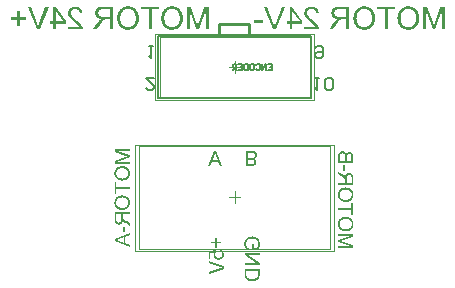
<source format=gbo>
G04*
G04 #@! TF.GenerationSoftware,Altium Limited,Altium Designer,21.3.2 (30)*
G04*
G04 Layer_Color=32896*
%FSLAX25Y25*%
%MOIN*%
G70*
G04*
G04 #@! TF.SameCoordinates,7D36CCFB-020A-49C9-B8D2-55C5552AF9BD*
G04*
G04*
G04 #@! TF.FilePolarity,Positive*
G04*
G01*
G75*
%ADD11C,0.00787*%
%ADD12C,0.01000*%
%ADD13C,0.00394*%
%ADD14C,0.00197*%
%ADD28C,0.00600*%
%ADD29C,0.00500*%
G36*
X134572Y113628D02*
X134720Y113601D01*
X134851Y113557D01*
X134960Y113513D01*
X135009Y113491D01*
X135053Y113470D01*
X135091Y113448D01*
X135124Y113426D01*
X135145Y113409D01*
X135162Y113399D01*
X135173Y113393D01*
X135178Y113388D01*
X135293Y113289D01*
X135386Y113175D01*
X135468Y113060D01*
X135528Y112945D01*
X135577Y112847D01*
X135593Y112803D01*
X135609Y112765D01*
X135620Y112732D01*
X135631Y112711D01*
X135637Y112694D01*
Y112689D01*
X135708Y112814D01*
X135784Y112918D01*
X135861Y113011D01*
X135932Y113082D01*
X135997Y113142D01*
X136046Y113180D01*
X136068Y113197D01*
X136084Y113207D01*
X136090Y113213D01*
X136095D01*
X136205Y113273D01*
X136308Y113317D01*
X136412Y113349D01*
X136505Y113371D01*
X136587Y113382D01*
X136647Y113393D01*
X136669D01*
X136685D01*
X136696D01*
X136702D01*
X136832Y113382D01*
X136953Y113360D01*
X137067Y113328D01*
X137166Y113295D01*
X137248Y113257D01*
X137286Y113240D01*
X137313Y113224D01*
X137335Y113207D01*
X137351Y113202D01*
X137362Y113191D01*
X137368D01*
X137477Y113109D01*
X137575Y113022D01*
X137657Y112934D01*
X137723Y112847D01*
X137772Y112765D01*
X137810Y112705D01*
X137821Y112678D01*
X137832Y112661D01*
X137837Y112651D01*
Y112645D01*
X137892Y112503D01*
X137930Y112356D01*
X137957Y112197D01*
X137974Y112055D01*
X137985Y111984D01*
X137990Y111924D01*
Y111864D01*
X137996Y111815D01*
Y109833D01*
X132956D01*
Y111750D01*
X132961Y111924D01*
X132967Y112083D01*
X132983Y112219D01*
X132989Y112285D01*
X133000Y112339D01*
X133005Y112388D01*
X133010Y112432D01*
X133021Y112470D01*
X133027Y112503D01*
X133032Y112530D01*
Y112547D01*
X133038Y112558D01*
Y112563D01*
X133071Y112683D01*
X133109Y112793D01*
X133152Y112885D01*
X133191Y112962D01*
X133229Y113027D01*
X133256Y113076D01*
X133278Y113104D01*
X133283Y113115D01*
X133354Y113197D01*
X133431Y113268D01*
X133507Y113333D01*
X133584Y113382D01*
X133649Y113426D01*
X133704Y113459D01*
X133726Y113470D01*
X133742Y113480D01*
X133748Y113486D01*
X133753D01*
X133868Y113535D01*
X133988Y113573D01*
X134097Y113601D01*
X134201Y113622D01*
X134288Y113633D01*
X134321D01*
X134354Y113639D01*
X134381D01*
X134397D01*
X134408D01*
X134414D01*
X134496D01*
X134572Y113628D01*
D02*
G37*
G36*
X135091Y107196D02*
X134468D01*
Y109101D01*
X135091D01*
Y107196D01*
D02*
G37*
G36*
X134326Y106006D02*
X134468Y105907D01*
X134599Y105809D01*
X134714Y105716D01*
X134812Y105634D01*
X134889Y105563D01*
X134922Y105531D01*
X134949Y105503D01*
X134971Y105482D01*
X134987Y105465D01*
X134993Y105460D01*
X134998Y105454D01*
X135042Y105400D01*
X135091Y105334D01*
X135129Y105269D01*
X135167Y105203D01*
X135200Y105143D01*
X135227Y105094D01*
X135244Y105061D01*
X135249Y105056D01*
Y105050D01*
X135271Y105181D01*
X135298Y105307D01*
X135331Y105421D01*
X135364Y105525D01*
X135402Y105623D01*
X135440Y105711D01*
X135478Y105787D01*
X135517Y105858D01*
X135555Y105924D01*
X135593Y105978D01*
X135626Y106022D01*
X135653Y106060D01*
X135680Y106088D01*
X135697Y106109D01*
X135708Y106120D01*
X135713Y106126D01*
X135784Y106186D01*
X135855Y106240D01*
X135932Y106290D01*
X136008Y106328D01*
X136084Y106361D01*
X136161Y106388D01*
X136303Y106432D01*
X136368Y106448D01*
X136428Y106459D01*
X136483Y106464D01*
X136532Y106470D01*
X136565Y106475D01*
X136598D01*
X136614D01*
X136620D01*
X136773Y106464D01*
X136914Y106442D01*
X137040Y106410D01*
X137155Y106371D01*
X137204Y106350D01*
X137248Y106328D01*
X137286Y106312D01*
X137319Y106295D01*
X137346Y106284D01*
X137362Y106273D01*
X137373Y106262D01*
X137379D01*
X137499Y106180D01*
X137597Y106088D01*
X137684Y105995D01*
X137750Y105902D01*
X137799Y105825D01*
X137832Y105760D01*
X137843Y105733D01*
X137854Y105716D01*
X137859Y105705D01*
Y105700D01*
X137881Y105629D01*
X137903Y105558D01*
X137935Y105394D01*
X137963Y105225D01*
X137979Y105061D01*
X137985Y104979D01*
X137990Y104908D01*
Y104848D01*
X137996Y104788D01*
Y102446D01*
X132956D01*
Y103112D01*
X135195D01*
Y103969D01*
X135189Y104046D01*
X135184Y104111D01*
Y104166D01*
X135178Y104204D01*
X135173Y104231D01*
X135167Y104248D01*
Y104253D01*
X135151Y104313D01*
X135129Y104368D01*
X135107Y104417D01*
X135085Y104466D01*
X135064Y104504D01*
X135047Y104532D01*
X135036Y104553D01*
X135031Y104559D01*
X134993Y104613D01*
X134938Y104674D01*
X134883Y104734D01*
X134829Y104783D01*
X134780Y104832D01*
X134736Y104865D01*
X134709Y104886D01*
X134703Y104897D01*
X134698D01*
X134599Y104974D01*
X134490Y105056D01*
X134376Y105132D01*
X134261Y105209D01*
X134163Y105274D01*
X134119Y105307D01*
X134081Y105329D01*
X134048Y105350D01*
X134026Y105367D01*
X134010Y105372D01*
X134004Y105378D01*
X132956Y106044D01*
Y106879D01*
X134326Y106006D01*
D02*
G37*
G36*
X135609Y101572D02*
X135740Y101567D01*
X135872Y101550D01*
X135997Y101534D01*
X136112Y101512D01*
X136226Y101485D01*
X136330Y101458D01*
X136423Y101430D01*
X136510Y101403D01*
X136587Y101376D01*
X136658Y101354D01*
X136712Y101327D01*
X136756Y101310D01*
X136789Y101294D01*
X136811Y101288D01*
X136816Y101283D01*
X136925Y101223D01*
X137029Y101163D01*
X137127Y101092D01*
X137215Y101026D01*
X137297Y100955D01*
X137373Y100884D01*
X137444Y100813D01*
X137510Y100742D01*
X137564Y100677D01*
X137613Y100617D01*
X137657Y100567D01*
X137690Y100518D01*
X137717Y100480D01*
X137733Y100453D01*
X137744Y100431D01*
X137750Y100426D01*
X137810Y100316D01*
X137859Y100213D01*
X137903Y100103D01*
X137941Y99994D01*
X137974Y99885D01*
X138001Y99781D01*
X138023Y99683D01*
X138039Y99585D01*
X138056Y99497D01*
X138066Y99421D01*
X138072Y99350D01*
X138077Y99284D01*
X138083Y99235D01*
Y99170D01*
X138077Y98973D01*
X138050Y98788D01*
X138017Y98613D01*
X137974Y98449D01*
X137919Y98291D01*
X137859Y98149D01*
X137794Y98018D01*
X137728Y97898D01*
X137662Y97788D01*
X137597Y97696D01*
X137537Y97619D01*
X137482Y97548D01*
X137439Y97499D01*
X137406Y97461D01*
X137379Y97434D01*
X137373Y97428D01*
X137237Y97308D01*
X137084Y97204D01*
X136931Y97117D01*
X136767Y97040D01*
X136603Y96975D01*
X136439Y96920D01*
X136281Y96877D01*
X136123Y96838D01*
X135975Y96811D01*
X135844Y96795D01*
X135719Y96778D01*
X135615Y96767D01*
X135528Y96762D01*
X135495D01*
X135462Y96757D01*
X135440D01*
X135424D01*
X135413D01*
X135407D01*
X135287Y96762D01*
X135162Y96767D01*
X134932Y96800D01*
X134823Y96822D01*
X134720Y96844D01*
X134621Y96871D01*
X134534Y96898D01*
X134447Y96926D01*
X134376Y96953D01*
X134310Y96975D01*
X134255Y96997D01*
X134212Y97013D01*
X134179Y97030D01*
X134157Y97035D01*
X134152Y97040D01*
X134043Y97100D01*
X133939Y97161D01*
X133846Y97226D01*
X133753Y97297D01*
X133671Y97368D01*
X133595Y97439D01*
X133524Y97505D01*
X133458Y97575D01*
X133404Y97641D01*
X133354Y97701D01*
X133311Y97756D01*
X133278Y97799D01*
X133251Y97838D01*
X133229Y97870D01*
X133218Y97887D01*
X133212Y97892D01*
X133152Y98001D01*
X133103Y98111D01*
X133054Y98220D01*
X133016Y98329D01*
X132983Y98438D01*
X132956Y98542D01*
X132934Y98646D01*
X132918Y98738D01*
X132901Y98831D01*
X132890Y98908D01*
X132885Y98984D01*
X132879Y99044D01*
X132874Y99093D01*
Y99164D01*
X132879Y99284D01*
X132885Y99405D01*
X132923Y99634D01*
X132945Y99738D01*
X132972Y99841D01*
X133000Y99934D01*
X133027Y100022D01*
X133054Y100103D01*
X133081Y100174D01*
X133109Y100234D01*
X133131Y100289D01*
X133152Y100333D01*
X133169Y100360D01*
X133174Y100382D01*
X133180Y100387D01*
X133240Y100491D01*
X133311Y100589D01*
X133382Y100682D01*
X133453Y100764D01*
X133529Y100840D01*
X133606Y100917D01*
X133682Y100982D01*
X133753Y101043D01*
X133824Y101092D01*
X133890Y101141D01*
X133950Y101179D01*
X133999Y101212D01*
X134037Y101234D01*
X134070Y101250D01*
X134092Y101261D01*
X134097Y101266D01*
X134212Y101321D01*
X134332Y101370D01*
X134447Y101408D01*
X134567Y101447D01*
X134681Y101479D01*
X134796Y101501D01*
X134905Y101523D01*
X135009Y101539D01*
X135107Y101550D01*
X135195Y101561D01*
X135271Y101567D01*
X135336Y101572D01*
X135391Y101578D01*
X135435D01*
X135457D01*
X135468D01*
X135609Y101572D01*
D02*
G37*
G36*
X137996Y92285D02*
X137400D01*
Y93945D01*
X132956D01*
Y94611D01*
X137400D01*
Y96271D01*
X137996D01*
Y92285D01*
D02*
G37*
G36*
X135609Y91799D02*
X135740Y91793D01*
X135872Y91777D01*
X135997Y91761D01*
X136112Y91739D01*
X136226Y91711D01*
X136330Y91684D01*
X136423Y91657D01*
X136510Y91629D01*
X136587Y91602D01*
X136658Y91580D01*
X136712Y91553D01*
X136756Y91537D01*
X136789Y91520D01*
X136811Y91515D01*
X136816Y91509D01*
X136925Y91449D01*
X137029Y91389D01*
X137127Y91318D01*
X137215Y91253D01*
X137297Y91182D01*
X137373Y91111D01*
X137444Y91040D01*
X137510Y90969D01*
X137564Y90903D01*
X137613Y90843D01*
X137657Y90794D01*
X137690Y90745D01*
X137717Y90707D01*
X137733Y90680D01*
X137744Y90658D01*
X137750Y90652D01*
X137810Y90543D01*
X137859Y90439D01*
X137903Y90330D01*
X137941Y90221D01*
X137974Y90112D01*
X138001Y90008D01*
X138023Y89910D01*
X138039Y89811D01*
X138056Y89724D01*
X138066Y89648D01*
X138072Y89577D01*
X138077Y89511D01*
X138083Y89462D01*
Y89396D01*
X138077Y89200D01*
X138050Y89014D01*
X138017Y88840D01*
X137974Y88676D01*
X137919Y88517D01*
X137859Y88375D01*
X137794Y88244D01*
X137728Y88124D01*
X137662Y88015D01*
X137597Y87922D01*
X137537Y87846D01*
X137482Y87775D01*
X137439Y87726D01*
X137406Y87687D01*
X137379Y87660D01*
X137373Y87655D01*
X137237Y87534D01*
X137084Y87431D01*
X136931Y87343D01*
X136767Y87267D01*
X136603Y87201D01*
X136439Y87147D01*
X136281Y87103D01*
X136123Y87065D01*
X135975Y87038D01*
X135844Y87021D01*
X135719Y87005D01*
X135615Y86994D01*
X135528Y86989D01*
X135495D01*
X135462Y86983D01*
X135440D01*
X135424D01*
X135413D01*
X135407D01*
X135287Y86989D01*
X135162Y86994D01*
X134932Y87027D01*
X134823Y87049D01*
X134720Y87070D01*
X134621Y87098D01*
X134534Y87125D01*
X134447Y87152D01*
X134376Y87180D01*
X134310Y87201D01*
X134255Y87223D01*
X134212Y87240D01*
X134179Y87256D01*
X134157Y87261D01*
X134152Y87267D01*
X134043Y87327D01*
X133939Y87387D01*
X133846Y87453D01*
X133753Y87524D01*
X133671Y87595D01*
X133595Y87666D01*
X133524Y87731D01*
X133458Y87802D01*
X133404Y87868D01*
X133354Y87928D01*
X133311Y87982D01*
X133278Y88026D01*
X133251Y88064D01*
X133229Y88097D01*
X133218Y88113D01*
X133212Y88119D01*
X133152Y88228D01*
X133103Y88337D01*
X133054Y88446D01*
X133016Y88556D01*
X132983Y88665D01*
X132956Y88769D01*
X132934Y88872D01*
X132918Y88965D01*
X132901Y89058D01*
X132890Y89134D01*
X132885Y89211D01*
X132879Y89271D01*
X132874Y89320D01*
Y89391D01*
X132879Y89511D01*
X132885Y89631D01*
X132923Y89860D01*
X132945Y89964D01*
X132972Y90068D01*
X133000Y90161D01*
X133027Y90248D01*
X133054Y90330D01*
X133081Y90401D01*
X133109Y90461D01*
X133131Y90516D01*
X133152Y90559D01*
X133169Y90587D01*
X133174Y90609D01*
X133180Y90614D01*
X133240Y90718D01*
X133311Y90816D01*
X133382Y90909D01*
X133453Y90991D01*
X133529Y91067D01*
X133606Y91144D01*
X133682Y91209D01*
X133753Y91269D01*
X133824Y91318D01*
X133890Y91367D01*
X133950Y91406D01*
X133999Y91438D01*
X134037Y91460D01*
X134070Y91477D01*
X134092Y91488D01*
X134097Y91493D01*
X134212Y91548D01*
X134332Y91597D01*
X134447Y91635D01*
X134567Y91673D01*
X134681Y91706D01*
X134796Y91728D01*
X134905Y91750D01*
X135009Y91766D01*
X135107Y91777D01*
X135195Y91788D01*
X135271Y91793D01*
X135336Y91799D01*
X135391Y91804D01*
X135435D01*
X135457D01*
X135468D01*
X135609Y91799D01*
D02*
G37*
G36*
X137996Y85214D02*
X134490Y84002D01*
X134392Y83969D01*
X134304Y83936D01*
X134217Y83909D01*
X134141Y83882D01*
X134064Y83860D01*
X133999Y83838D01*
X133939Y83816D01*
X133884Y83800D01*
X133840Y83784D01*
X133797Y83773D01*
X133764Y83762D01*
X133731Y83751D01*
X133709Y83745D01*
X133693Y83740D01*
X133688Y83734D01*
X133682D01*
X133731Y83718D01*
X133786Y83702D01*
X133900Y83663D01*
X134026Y83625D01*
X134146Y83587D01*
X134255Y83549D01*
X134304Y83532D01*
X134343Y83521D01*
X134376Y83511D01*
X134403Y83500D01*
X134419Y83494D01*
X134425D01*
X137996Y82298D01*
Y81299D01*
X132956D01*
Y81944D01*
X137248D01*
X132956Y83396D01*
Y83996D01*
X137177Y85471D01*
X132956D01*
Y86115D01*
X137996D01*
Y85214D01*
D02*
G37*
G36*
X45517Y161842D02*
X45705Y161826D01*
X45877Y161801D01*
X46041Y161760D01*
X46197Y161719D01*
X46337Y161670D01*
X46468Y161620D01*
X46583Y161571D01*
X46689Y161514D01*
X46779Y161465D01*
X46861Y161416D01*
X46927Y161374D01*
X46976Y161333D01*
X47009Y161309D01*
X47034Y161293D01*
X47042Y161284D01*
X47157Y161178D01*
X47255Y161055D01*
X47345Y160932D01*
X47427Y160792D01*
X47493Y160661D01*
X47558Y160530D01*
X47608Y160390D01*
X47649Y160267D01*
X47690Y160144D01*
X47714Y160030D01*
X47739Y159923D01*
X47755Y159833D01*
X47763Y159759D01*
X47772Y159710D01*
X47780Y159677D01*
Y159661D01*
X46829Y159562D01*
X46820Y159694D01*
X46812Y159817D01*
X46763Y160030D01*
X46697Y160226D01*
X46665Y160308D01*
X46624Y160382D01*
X46591Y160448D01*
X46550Y160505D01*
X46517Y160554D01*
X46492Y160596D01*
X46460Y160628D01*
X46443Y160653D01*
X46435Y160661D01*
X46427Y160669D01*
X46345Y160743D01*
X46263Y160809D01*
X46173Y160858D01*
X46082Y160907D01*
X45902Y160981D01*
X45730Y161030D01*
X45582Y161055D01*
X45517Y161071D01*
X45459D01*
X45410Y161079D01*
X45230D01*
X45115Y161063D01*
X44910Y161022D01*
X44738Y160956D01*
X44582Y160891D01*
X44467Y160817D01*
X44418Y160784D01*
X44377Y160751D01*
X44344Y160727D01*
X44319Y160710D01*
X44311Y160702D01*
X44303Y160694D01*
X44229Y160620D01*
X44172Y160546D01*
X44114Y160473D01*
X44073Y160390D01*
X44000Y160235D01*
X43950Y160087D01*
X43926Y159964D01*
X43909Y159907D01*
Y159857D01*
X43901Y159825D01*
Y159792D01*
Y159775D01*
Y159767D01*
X43909Y159669D01*
X43918Y159571D01*
X43967Y159374D01*
X44041Y159185D01*
X44123Y159013D01*
X44205Y158865D01*
X44237Y158808D01*
X44278Y158750D01*
X44303Y158709D01*
X44328Y158677D01*
X44336Y158660D01*
X44344Y158652D01*
X44434Y158537D01*
X44541Y158414D01*
X44664Y158283D01*
X44795Y158152D01*
X45066Y157881D01*
X45344Y157627D01*
X45476Y157504D01*
X45607Y157397D01*
X45722Y157299D01*
X45820Y157217D01*
X45902Y157143D01*
X45959Y157094D01*
X46000Y157053D01*
X46017Y157045D01*
X46164Y156922D01*
X46296Y156807D01*
X46427Y156701D01*
X46542Y156594D01*
X46656Y156495D01*
X46755Y156397D01*
X46845Y156315D01*
X46927Y156233D01*
X47001Y156159D01*
X47058Y156094D01*
X47116Y156036D01*
X47157Y155995D01*
X47198Y155954D01*
X47222Y155930D01*
X47230Y155913D01*
X47239Y155905D01*
X47386Y155725D01*
X47509Y155544D01*
X47616Y155372D01*
X47698Y155216D01*
X47763Y155085D01*
X47788Y155028D01*
X47813Y154987D01*
X47829Y154946D01*
X47837Y154921D01*
X47845Y154905D01*
Y154896D01*
X47886Y154782D01*
X47911Y154667D01*
X47936Y154560D01*
X47944Y154462D01*
X47952Y154380D01*
Y154314D01*
Y154273D01*
Y154257D01*
X42942D01*
Y155151D01*
X46673D01*
X46542Y155331D01*
X46476Y155413D01*
X46410Y155487D01*
X46353Y155552D01*
X46312Y155602D01*
X46279Y155634D01*
X46271Y155643D01*
X46222Y155692D01*
X46156Y155757D01*
X46082Y155823D01*
X46000Y155897D01*
X45828Y156061D01*
X45648Y156217D01*
X45476Y156364D01*
X45402Y156430D01*
X45328Y156487D01*
X45279Y156536D01*
X45230Y156569D01*
X45205Y156594D01*
X45197Y156602D01*
X45016Y156758D01*
X44844Y156905D01*
X44688Y157037D01*
X44549Y157168D01*
X44418Y157283D01*
X44303Y157397D01*
X44196Y157496D01*
X44098Y157586D01*
X44016Y157660D01*
X43950Y157734D01*
X43893Y157791D01*
X43844Y157840D01*
X43811Y157881D01*
X43778Y157906D01*
X43770Y157922D01*
X43762Y157930D01*
X43606Y158111D01*
X43483Y158275D01*
X43376Y158431D01*
X43286Y158570D01*
X43221Y158685D01*
X43171Y158775D01*
X43155Y158808D01*
X43147Y158832D01*
X43139Y158841D01*
Y158849D01*
X43073Y159013D01*
X43032Y159177D01*
X42999Y159325D01*
X42975Y159464D01*
X42958Y159579D01*
X42950Y159669D01*
Y159702D01*
Y159726D01*
Y159734D01*
Y159743D01*
X42958Y159907D01*
X42975Y160062D01*
X43007Y160210D01*
X43048Y160358D01*
X43098Y160489D01*
X43155Y160612D01*
X43212Y160727D01*
X43270Y160825D01*
X43327Y160924D01*
X43385Y161005D01*
X43442Y161079D01*
X43491Y161137D01*
X43532Y161178D01*
X43565Y161219D01*
X43581Y161235D01*
X43590Y161243D01*
X43713Y161350D01*
X43844Y161440D01*
X43983Y161522D01*
X44131Y161596D01*
X44270Y161653D01*
X44418Y161702D01*
X44557Y161743D01*
X44697Y161776D01*
X44820Y161801D01*
X44943Y161817D01*
X45049Y161834D01*
X45139Y161842D01*
X45213Y161850D01*
X45320D01*
X45517Y161842D01*
D02*
G37*
G36*
X26804Y158423D02*
X28862D01*
Y157553D01*
X26804D01*
Y155479D01*
X25927D01*
Y157553D01*
X23869D01*
Y158423D01*
X25927D01*
Y160481D01*
X26804D01*
Y158423D01*
D02*
G37*
G36*
X89764Y154257D02*
X88796D01*
Y160702D01*
X86615Y154257D01*
X85713D01*
X83499Y160596D01*
Y154257D01*
X82531D01*
Y161826D01*
X83884D01*
X85705Y156561D01*
X85754Y156413D01*
X85803Y156282D01*
X85844Y156151D01*
X85885Y156036D01*
X85918Y155921D01*
X85951Y155823D01*
X85984Y155733D01*
X86008Y155651D01*
X86033Y155585D01*
X86049Y155520D01*
X86066Y155471D01*
X86082Y155421D01*
X86090Y155388D01*
X86098Y155364D01*
X86107Y155356D01*
Y155348D01*
X86131Y155421D01*
X86156Y155503D01*
X86213Y155675D01*
X86271Y155864D01*
X86328Y156044D01*
X86385Y156209D01*
X86410Y156282D01*
X86426Y156340D01*
X86443Y156389D01*
X86459Y156430D01*
X86467Y156455D01*
Y156463D01*
X88263Y161826D01*
X89764D01*
Y154257D01*
D02*
G37*
G36*
X33528Y154257D02*
X32495D01*
X29543Y161826D01*
X30560D01*
X32602Y156323D01*
X32684Y156094D01*
X32766Y155872D01*
X32839Y155659D01*
X32897Y155471D01*
X32921Y155388D01*
X32946Y155315D01*
X32962Y155249D01*
X32979Y155192D01*
X32995Y155151D01*
X33003Y155110D01*
X33012Y155093D01*
Y155085D01*
X33077Y155306D01*
X33143Y155528D01*
X33208Y155733D01*
X33266Y155921D01*
X33299Y156012D01*
X33323Y156085D01*
X33348Y156151D01*
X33364Y156208D01*
X33381Y156258D01*
X33397Y156290D01*
X33405Y156315D01*
Y156323D01*
X35373Y161826D01*
X36464D01*
X33528Y154257D01*
D02*
G37*
G36*
X73265Y160932D02*
X70773D01*
Y154257D01*
X69772D01*
Y160932D01*
X67279D01*
Y161826D01*
X73265D01*
Y160932D01*
D02*
G37*
G36*
X58005Y154257D02*
X57005D01*
Y157619D01*
X55717D01*
X55603Y157611D01*
X55504Y157602D01*
X55422D01*
X55365Y157594D01*
X55324Y157586D01*
X55299Y157578D01*
X55291D01*
X55201Y157553D01*
X55119Y157520D01*
X55045Y157488D01*
X54971Y157455D01*
X54914Y157422D01*
X54873Y157397D01*
X54840Y157381D01*
X54832Y157373D01*
X54750Y157316D01*
X54660Y157233D01*
X54569Y157151D01*
X54496Y157070D01*
X54422Y156996D01*
X54373Y156930D01*
X54340Y156889D01*
X54323Y156881D01*
Y156873D01*
X54209Y156725D01*
X54086Y156561D01*
X53971Y156389D01*
X53856Y156217D01*
X53758Y156069D01*
X53708Y156003D01*
X53676Y155946D01*
X53643Y155897D01*
X53618Y155864D01*
X53610Y155840D01*
X53602Y155831D01*
X52601Y154257D01*
X51347D01*
X52659Y156315D01*
X52806Y156528D01*
X52954Y156725D01*
X53093Y156897D01*
X53216Y157045D01*
X53323Y157160D01*
X53372Y157209D01*
X53413Y157250D01*
X53446Y157283D01*
X53471Y157307D01*
X53479Y157316D01*
X53487Y157324D01*
X53569Y157389D01*
X53667Y157463D01*
X53766Y157520D01*
X53864Y157578D01*
X53954Y157627D01*
X54028Y157668D01*
X54077Y157693D01*
X54086Y157701D01*
X54094D01*
X53897Y157734D01*
X53708Y157775D01*
X53536Y157824D01*
X53380Y157873D01*
X53233Y157930D01*
X53102Y157988D01*
X52987Y158045D01*
X52880Y158103D01*
X52782Y158160D01*
X52700Y158218D01*
X52634Y158267D01*
X52577Y158308D01*
X52536Y158349D01*
X52503Y158373D01*
X52487Y158390D01*
X52478Y158398D01*
X52388Y158504D01*
X52306Y158611D01*
X52232Y158726D01*
X52175Y158841D01*
X52126Y158955D01*
X52085Y159070D01*
X52019Y159283D01*
X51995Y159382D01*
X51978Y159472D01*
X51970Y159554D01*
X51962Y159628D01*
X51954Y159677D01*
Y159726D01*
Y159751D01*
Y159759D01*
X51970Y159989D01*
X52003Y160202D01*
X52052Y160390D01*
X52109Y160563D01*
X52142Y160636D01*
X52175Y160702D01*
X52200Y160759D01*
X52224Y160809D01*
X52241Y160850D01*
X52257Y160874D01*
X52273Y160891D01*
Y160899D01*
X52396Y161079D01*
X52536Y161227D01*
X52675Y161358D01*
X52815Y161456D01*
X52929Y161530D01*
X53028Y161579D01*
X53069Y161596D01*
X53093Y161612D01*
X53110Y161620D01*
X53118D01*
X53225Y161653D01*
X53331Y161686D01*
X53577Y161735D01*
X53831Y161776D01*
X54077Y161801D01*
X54200Y161809D01*
X54307Y161817D01*
X54397D01*
X54487Y161826D01*
X58005D01*
Y154257D01*
D02*
G37*
G36*
X42261Y156922D02*
Y156069D01*
X38965D01*
Y154257D01*
X38038D01*
Y156069D01*
X37013D01*
Y156922D01*
X38038D01*
Y161826D01*
X38801D01*
X42261Y156922D01*
D02*
G37*
G36*
X77898Y161949D02*
X78177Y161907D01*
X78440Y161858D01*
X78686Y161793D01*
X78923Y161711D01*
X79137Y161620D01*
X79333Y161522D01*
X79514Y161424D01*
X79678Y161325D01*
X79817Y161227D01*
X79932Y161137D01*
X80039Y161055D01*
X80112Y160989D01*
X80170Y160940D01*
X80211Y160899D01*
X80219Y160891D01*
X80399Y160686D01*
X80555Y160456D01*
X80686Y160227D01*
X80801Y159980D01*
X80900Y159734D01*
X80982Y159488D01*
X81047Y159251D01*
X81105Y159013D01*
X81146Y158791D01*
X81170Y158595D01*
X81195Y158406D01*
X81211Y158250D01*
X81219Y158119D01*
Y158070D01*
X81228Y158021D01*
Y157988D01*
Y157963D01*
Y157947D01*
Y157939D01*
X81219Y157758D01*
X81211Y157570D01*
X81162Y157225D01*
X81129Y157061D01*
X81096Y156905D01*
X81055Y156758D01*
X81014Y156627D01*
X80973Y156495D01*
X80932Y156389D01*
X80900Y156290D01*
X80867Y156209D01*
X80842Y156143D01*
X80818Y156094D01*
X80809Y156061D01*
X80801Y156053D01*
X80711Y155889D01*
X80621Y155733D01*
X80522Y155594D01*
X80416Y155454D01*
X80309Y155331D01*
X80203Y155216D01*
X80104Y155110D01*
X79998Y155011D01*
X79899Y154929D01*
X79809Y154856D01*
X79727Y154790D01*
X79661Y154741D01*
X79604Y154700D01*
X79555Y154667D01*
X79530Y154650D01*
X79522Y154642D01*
X79358Y154552D01*
X79194Y154478D01*
X79030Y154404D01*
X78866Y154347D01*
X78702Y154298D01*
X78546Y154257D01*
X78390Y154224D01*
X78251Y154200D01*
X78112Y154175D01*
X77997Y154158D01*
X77882Y154150D01*
X77792Y154142D01*
X77718Y154134D01*
X77611D01*
X77431Y154142D01*
X77251Y154150D01*
X76906Y154208D01*
X76750Y154241D01*
X76595Y154281D01*
X76455Y154323D01*
X76324Y154364D01*
X76201Y154404D01*
X76094Y154446D01*
X76004Y154487D01*
X75922Y154519D01*
X75857Y154552D01*
X75816Y154577D01*
X75783Y154585D01*
X75775Y154593D01*
X75619Y154683D01*
X75471Y154790D01*
X75332Y154896D01*
X75209Y155003D01*
X75094Y155118D01*
X74979Y155233D01*
X74881Y155348D01*
X74791Y155454D01*
X74717Y155561D01*
X74643Y155659D01*
X74586Y155749D01*
X74536Y155823D01*
X74504Y155880D01*
X74479Y155930D01*
X74463Y155963D01*
X74454Y155971D01*
X74372Y156143D01*
X74299Y156323D01*
X74241Y156495D01*
X74184Y156676D01*
X74135Y156848D01*
X74102Y157020D01*
X74069Y157184D01*
X74044Y157340D01*
X74028Y157488D01*
X74012Y157619D01*
X74003Y157734D01*
X73995Y157832D01*
X73987Y157914D01*
Y157980D01*
Y158012D01*
Y158029D01*
X73995Y158242D01*
X74003Y158439D01*
X74028Y158636D01*
X74053Y158824D01*
X74085Y158996D01*
X74126Y159169D01*
X74167Y159325D01*
X74208Y159464D01*
X74249Y159595D01*
X74290Y159710D01*
X74323Y159817D01*
X74364Y159898D01*
X74389Y159964D01*
X74413Y160013D01*
X74422Y160046D01*
X74430Y160054D01*
X74520Y160218D01*
X74610Y160374D01*
X74717Y160522D01*
X74815Y160653D01*
X74922Y160776D01*
X75028Y160891D01*
X75135Y160997D01*
X75242Y161096D01*
X75340Y161178D01*
X75430Y161251D01*
X75504Y161317D01*
X75578Y161366D01*
X75635Y161407D01*
X75676Y161432D01*
X75709Y161448D01*
X75717Y161457D01*
X75881Y161547D01*
X76037Y161620D01*
X76201Y161686D01*
X76365Y161743D01*
X76529Y161793D01*
X76685Y161834D01*
X76832Y161866D01*
X76980Y161891D01*
X77111Y161916D01*
X77226Y161932D01*
X77333Y161940D01*
X77431Y161949D01*
X77505Y161957D01*
X77603D01*
X77898Y161949D01*
D02*
G37*
G36*
X63220D02*
X63499Y161907D01*
X63762Y161858D01*
X64008Y161793D01*
X64245Y161711D01*
X64459Y161620D01*
X64655Y161522D01*
X64836Y161424D01*
X65000Y161325D01*
X65139Y161227D01*
X65254Y161137D01*
X65361Y161055D01*
X65434Y160989D01*
X65492Y160940D01*
X65533Y160899D01*
X65541Y160891D01*
X65721Y160686D01*
X65877Y160456D01*
X66008Y160227D01*
X66123Y159980D01*
X66222Y159734D01*
X66304Y159488D01*
X66369Y159251D01*
X66427Y159013D01*
X66468Y158791D01*
X66492Y158595D01*
X66517Y158406D01*
X66533Y158250D01*
X66541Y158119D01*
Y158070D01*
X66550Y158021D01*
Y157988D01*
Y157963D01*
Y157947D01*
Y157939D01*
X66541Y157758D01*
X66533Y157570D01*
X66484Y157225D01*
X66451Y157061D01*
X66418Y156905D01*
X66377Y156758D01*
X66336Y156627D01*
X66295Y156495D01*
X66254Y156389D01*
X66222Y156290D01*
X66189Y156209D01*
X66164Y156143D01*
X66140Y156094D01*
X66131Y156061D01*
X66123Y156053D01*
X66033Y155889D01*
X65943Y155733D01*
X65844Y155594D01*
X65738Y155454D01*
X65631Y155331D01*
X65525Y155216D01*
X65426Y155110D01*
X65320Y155011D01*
X65221Y154929D01*
X65131Y154856D01*
X65049Y154790D01*
X64983Y154741D01*
X64926Y154700D01*
X64877Y154667D01*
X64852Y154650D01*
X64844Y154642D01*
X64680Y154552D01*
X64516Y154478D01*
X64352Y154404D01*
X64188Y154347D01*
X64024Y154298D01*
X63868Y154257D01*
X63712Y154224D01*
X63573Y154200D01*
X63434Y154175D01*
X63319Y154158D01*
X63204Y154150D01*
X63114Y154142D01*
X63040Y154134D01*
X62933D01*
X62753Y154142D01*
X62573Y154150D01*
X62228Y154208D01*
X62072Y154241D01*
X61917Y154281D01*
X61777Y154323D01*
X61646Y154364D01*
X61523Y154404D01*
X61416Y154446D01*
X61326Y154487D01*
X61244Y154519D01*
X61179Y154552D01*
X61138Y154577D01*
X61105Y154585D01*
X61097Y154593D01*
X60941Y154683D01*
X60793Y154790D01*
X60654Y154896D01*
X60531Y155003D01*
X60416Y155118D01*
X60301Y155233D01*
X60203Y155348D01*
X60113Y155454D01*
X60039Y155561D01*
X59965Y155659D01*
X59908Y155749D01*
X59858Y155823D01*
X59826Y155880D01*
X59801Y155930D01*
X59785Y155962D01*
X59776Y155971D01*
X59694Y156143D01*
X59621Y156323D01*
X59563Y156495D01*
X59506Y156676D01*
X59457Y156848D01*
X59424Y157020D01*
X59391Y157184D01*
X59366Y157340D01*
X59350Y157488D01*
X59334Y157619D01*
X59325Y157734D01*
X59317Y157832D01*
X59309Y157914D01*
Y157980D01*
Y158012D01*
Y158029D01*
X59317Y158242D01*
X59325Y158439D01*
X59350Y158636D01*
X59375Y158824D01*
X59407Y158996D01*
X59448Y159169D01*
X59489Y159325D01*
X59530Y159464D01*
X59571Y159595D01*
X59612Y159710D01*
X59645Y159817D01*
X59686Y159898D01*
X59711Y159964D01*
X59735Y160013D01*
X59744Y160046D01*
X59752Y160054D01*
X59842Y160218D01*
X59932Y160374D01*
X60039Y160522D01*
X60137Y160653D01*
X60244Y160776D01*
X60350Y160891D01*
X60457Y160997D01*
X60564Y161096D01*
X60662Y161178D01*
X60752Y161251D01*
X60826Y161317D01*
X60900Y161366D01*
X60957Y161407D01*
X60998Y161432D01*
X61031Y161448D01*
X61039Y161456D01*
X61203Y161547D01*
X61359Y161620D01*
X61523Y161686D01*
X61687Y161743D01*
X61851Y161793D01*
X62007Y161834D01*
X62154Y161866D01*
X62302Y161891D01*
X62433Y161916D01*
X62548Y161932D01*
X62655Y161940D01*
X62753Y161949D01*
X62827Y161957D01*
X62925D01*
X63220Y161949D01*
D02*
G37*
G36*
X124257Y161842D02*
X124445Y161826D01*
X124618Y161801D01*
X124782Y161760D01*
X124937Y161719D01*
X125077Y161670D01*
X125208Y161620D01*
X125323Y161571D01*
X125429Y161514D01*
X125520Y161465D01*
X125601Y161416D01*
X125667Y161374D01*
X125716Y161333D01*
X125749Y161309D01*
X125774Y161293D01*
X125782Y161284D01*
X125897Y161178D01*
X125995Y161055D01*
X126085Y160932D01*
X126167Y160792D01*
X126233Y160661D01*
X126298Y160530D01*
X126348Y160390D01*
X126389Y160267D01*
X126430Y160144D01*
X126454Y160030D01*
X126479Y159923D01*
X126495Y159833D01*
X126504Y159759D01*
X126512Y159710D01*
X126520Y159677D01*
Y159661D01*
X125569Y159562D01*
X125560Y159694D01*
X125552Y159817D01*
X125503Y160030D01*
X125437Y160226D01*
X125405Y160308D01*
X125364Y160382D01*
X125331Y160448D01*
X125290Y160505D01*
X125257Y160554D01*
X125233Y160596D01*
X125200Y160628D01*
X125183Y160653D01*
X125175Y160661D01*
X125167Y160669D01*
X125085Y160743D01*
X125003Y160809D01*
X124913Y160858D01*
X124822Y160907D01*
X124642Y160981D01*
X124470Y161030D01*
X124322Y161055D01*
X124257Y161071D01*
X124199D01*
X124150Y161079D01*
X123970D01*
X123855Y161063D01*
X123650Y161022D01*
X123478Y160956D01*
X123322Y160891D01*
X123207Y160817D01*
X123158Y160784D01*
X123117Y160751D01*
X123084Y160727D01*
X123059Y160710D01*
X123051Y160702D01*
X123043Y160694D01*
X122969Y160620D01*
X122912Y160546D01*
X122854Y160473D01*
X122813Y160390D01*
X122740Y160235D01*
X122690Y160087D01*
X122666Y159964D01*
X122650Y159907D01*
Y159857D01*
X122641Y159825D01*
Y159792D01*
Y159775D01*
Y159767D01*
X122650Y159669D01*
X122658Y159571D01*
X122707Y159374D01*
X122781Y159185D01*
X122863Y159013D01*
X122945Y158865D01*
X122977Y158808D01*
X123019Y158750D01*
X123043Y158709D01*
X123068Y158677D01*
X123076Y158660D01*
X123084Y158652D01*
X123174Y158537D01*
X123281Y158414D01*
X123404Y158283D01*
X123535Y158152D01*
X123806Y157881D01*
X124084Y157627D01*
X124216Y157504D01*
X124347Y157397D01*
X124462Y157299D01*
X124560Y157217D01*
X124642Y157143D01*
X124699Y157094D01*
X124741Y157053D01*
X124757Y157045D01*
X124905Y156922D01*
X125036Y156807D01*
X125167Y156701D01*
X125282Y156594D01*
X125397Y156495D01*
X125495Y156397D01*
X125585Y156315D01*
X125667Y156233D01*
X125741Y156159D01*
X125798Y156094D01*
X125856Y156036D01*
X125897Y155995D01*
X125938Y155954D01*
X125962Y155930D01*
X125970Y155913D01*
X125979Y155905D01*
X126126Y155725D01*
X126249Y155544D01*
X126356Y155372D01*
X126438Y155216D01*
X126504Y155085D01*
X126528Y155028D01*
X126553Y154987D01*
X126569Y154946D01*
X126577Y154921D01*
X126585Y154905D01*
Y154896D01*
X126627Y154782D01*
X126651Y154667D01*
X126676Y154560D01*
X126684Y154462D01*
X126692Y154380D01*
Y154314D01*
Y154273D01*
Y154257D01*
X121682D01*
Y155151D01*
X125413D01*
X125282Y155331D01*
X125216Y155413D01*
X125151Y155487D01*
X125093Y155552D01*
X125052Y155602D01*
X125019Y155634D01*
X125011Y155643D01*
X124962Y155692D01*
X124896Y155757D01*
X124822Y155823D01*
X124741Y155897D01*
X124568Y156061D01*
X124388Y156217D01*
X124216Y156364D01*
X124142Y156430D01*
X124068Y156487D01*
X124019Y156536D01*
X123970Y156569D01*
X123945Y156594D01*
X123937Y156602D01*
X123757Y156758D01*
X123584Y156905D01*
X123428Y157037D01*
X123289Y157168D01*
X123158Y157283D01*
X123043Y157397D01*
X122936Y157496D01*
X122838Y157586D01*
X122756Y157660D01*
X122690Y157734D01*
X122633Y157791D01*
X122584Y157840D01*
X122551Y157881D01*
X122518Y157906D01*
X122510Y157922D01*
X122502Y157930D01*
X122346Y158111D01*
X122223Y158275D01*
X122116Y158431D01*
X122026Y158570D01*
X121961Y158685D01*
X121912Y158775D01*
X121895Y158808D01*
X121887Y158832D01*
X121879Y158841D01*
Y158849D01*
X121813Y159013D01*
X121772Y159177D01*
X121739Y159325D01*
X121715Y159464D01*
X121698Y159579D01*
X121690Y159669D01*
Y159702D01*
Y159726D01*
Y159734D01*
Y159743D01*
X121698Y159907D01*
X121715Y160062D01*
X121748Y160210D01*
X121789Y160358D01*
X121838Y160489D01*
X121895Y160612D01*
X121952Y160727D01*
X122010Y160825D01*
X122067Y160924D01*
X122125Y161005D01*
X122182Y161079D01*
X122231Y161137D01*
X122272Y161178D01*
X122305Y161219D01*
X122321Y161235D01*
X122330Y161243D01*
X122453Y161350D01*
X122584Y161440D01*
X122723Y161522D01*
X122871Y161596D01*
X123010Y161653D01*
X123158Y161702D01*
X123297Y161743D01*
X123437Y161776D01*
X123560Y161801D01*
X123683Y161817D01*
X123789Y161834D01*
X123880Y161842D01*
X123953Y161850D01*
X124060D01*
X124257Y161842D01*
D02*
G37*
G36*
X107865Y156528D02*
X105003D01*
Y157463D01*
X107865D01*
Y156528D01*
D02*
G37*
G36*
X168504Y154257D02*
X167536D01*
Y160702D01*
X165355Y154257D01*
X164453D01*
X162239Y160596D01*
Y154257D01*
X161272D01*
Y161826D01*
X162625D01*
X164445Y156561D01*
X164494Y156413D01*
X164543Y156282D01*
X164584Y156151D01*
X164625Y156036D01*
X164658Y155921D01*
X164691Y155823D01*
X164724Y155733D01*
X164748Y155651D01*
X164773Y155585D01*
X164789Y155520D01*
X164806Y155471D01*
X164822Y155421D01*
X164830Y155388D01*
X164839Y155364D01*
X164847Y155356D01*
Y155348D01*
X164871Y155421D01*
X164896Y155503D01*
X164953Y155675D01*
X165011Y155864D01*
X165068Y156044D01*
X165126Y156209D01*
X165150Y156282D01*
X165166Y156340D01*
X165183Y156389D01*
X165199Y156430D01*
X165208Y156455D01*
Y156463D01*
X167003Y161826D01*
X168504D01*
Y154257D01*
D02*
G37*
G36*
X112268Y154257D02*
X111235D01*
X108283Y161826D01*
X109300D01*
X111342Y156323D01*
X111424Y156094D01*
X111506Y155872D01*
X111580Y155659D01*
X111637Y155471D01*
X111662Y155388D01*
X111686Y155315D01*
X111703Y155249D01*
X111719Y155192D01*
X111735Y155151D01*
X111743Y155110D01*
X111752Y155093D01*
Y155085D01*
X111817Y155306D01*
X111883Y155528D01*
X111949Y155733D01*
X112006Y155921D01*
X112039Y156012D01*
X112063Y156085D01*
X112088Y156151D01*
X112104Y156208D01*
X112121Y156258D01*
X112137Y156290D01*
X112145Y156315D01*
Y156323D01*
X114113Y161826D01*
X115204D01*
X112268Y154257D01*
D02*
G37*
G36*
X152006Y160932D02*
X149513D01*
Y154257D01*
X148512D01*
Y160932D01*
X146019D01*
Y161826D01*
X152006D01*
Y160932D01*
D02*
G37*
G36*
X136745Y154257D02*
X135745D01*
Y157619D01*
X134458D01*
X134343Y157611D01*
X134244Y157602D01*
X134162D01*
X134105Y157594D01*
X134064Y157586D01*
X134039Y157578D01*
X134031D01*
X133941Y157553D01*
X133859Y157520D01*
X133785Y157488D01*
X133711Y157455D01*
X133654Y157422D01*
X133613Y157397D01*
X133580Y157381D01*
X133572Y157373D01*
X133490Y157316D01*
X133400Y157233D01*
X133309Y157151D01*
X133236Y157070D01*
X133162Y156996D01*
X133113Y156930D01*
X133080Y156889D01*
X133063Y156881D01*
Y156873D01*
X132949Y156725D01*
X132826Y156561D01*
X132711Y156389D01*
X132596Y156217D01*
X132498Y156069D01*
X132448Y156003D01*
X132416Y155946D01*
X132383Y155897D01*
X132358Y155864D01*
X132350Y155840D01*
X132342Y155831D01*
X131342Y154257D01*
X130087D01*
X131399Y156315D01*
X131546Y156528D01*
X131694Y156725D01*
X131834Y156897D01*
X131957Y157045D01*
X132063Y157160D01*
X132112Y157209D01*
X132153Y157250D01*
X132186Y157283D01*
X132211Y157307D01*
X132219Y157316D01*
X132227Y157324D01*
X132309Y157389D01*
X132407Y157463D01*
X132506Y157520D01*
X132604Y157578D01*
X132694Y157627D01*
X132768Y157668D01*
X132817Y157693D01*
X132826Y157701D01*
X132834D01*
X132637Y157734D01*
X132448Y157775D01*
X132276Y157824D01*
X132121Y157873D01*
X131973Y157930D01*
X131842Y157988D01*
X131727Y158045D01*
X131620Y158103D01*
X131522Y158160D01*
X131440Y158218D01*
X131374Y158267D01*
X131317Y158308D01*
X131276Y158349D01*
X131243Y158373D01*
X131227Y158390D01*
X131219Y158398D01*
X131128Y158504D01*
X131046Y158611D01*
X130973Y158726D01*
X130915Y158841D01*
X130866Y158955D01*
X130825Y159070D01*
X130759Y159283D01*
X130735Y159382D01*
X130718Y159472D01*
X130710Y159554D01*
X130702Y159628D01*
X130694Y159677D01*
Y159726D01*
Y159751D01*
Y159759D01*
X130710Y159989D01*
X130743Y160202D01*
X130792Y160390D01*
X130850Y160563D01*
X130882Y160636D01*
X130915Y160702D01*
X130940Y160759D01*
X130964Y160809D01*
X130981Y160850D01*
X130997Y160874D01*
X131014Y160891D01*
Y160899D01*
X131137Y161079D01*
X131276Y161227D01*
X131415Y161358D01*
X131555Y161456D01*
X131669Y161530D01*
X131768Y161579D01*
X131809Y161596D01*
X131834Y161612D01*
X131850Y161620D01*
X131858D01*
X131965Y161653D01*
X132071Y161686D01*
X132317Y161735D01*
X132571Y161776D01*
X132817Y161801D01*
X132940Y161809D01*
X133047Y161817D01*
X133137D01*
X133228Y161826D01*
X136745D01*
Y154257D01*
D02*
G37*
G36*
X121001Y156922D02*
Y156069D01*
X117705D01*
Y154257D01*
X116778D01*
Y156069D01*
X115753D01*
Y156922D01*
X116778D01*
Y161826D01*
X117541D01*
X121001Y156922D01*
D02*
G37*
G36*
X156639Y161949D02*
X156917Y161907D01*
X157180Y161858D01*
X157426Y161793D01*
X157664Y161711D01*
X157877Y161620D01*
X158073Y161522D01*
X158254Y161424D01*
X158418Y161325D01*
X158557Y161227D01*
X158672Y161137D01*
X158779Y161055D01*
X158853Y160989D01*
X158910Y160940D01*
X158951Y160899D01*
X158959Y160891D01*
X159140Y160686D01*
X159295Y160456D01*
X159426Y160227D01*
X159541Y159980D01*
X159640Y159734D01*
X159722Y159488D01*
X159787Y159251D01*
X159845Y159013D01*
X159886Y158791D01*
X159910Y158595D01*
X159935Y158406D01*
X159951Y158250D01*
X159959Y158119D01*
Y158070D01*
X159968Y158021D01*
Y157988D01*
Y157963D01*
Y157947D01*
Y157939D01*
X159959Y157758D01*
X159951Y157570D01*
X159902Y157225D01*
X159869Y157061D01*
X159836Y156905D01*
X159795Y156758D01*
X159755Y156627D01*
X159713Y156495D01*
X159672Y156389D01*
X159640Y156290D01*
X159607Y156209D01*
X159582Y156143D01*
X159558Y156094D01*
X159549Y156061D01*
X159541Y156053D01*
X159451Y155889D01*
X159361Y155733D01*
X159263Y155594D01*
X159156Y155454D01*
X159049Y155331D01*
X158943Y155216D01*
X158844Y155110D01*
X158738Y155011D01*
X158639Y154929D01*
X158549Y154856D01*
X158467Y154790D01*
X158402Y154741D01*
X158344Y154700D01*
X158295Y154667D01*
X158270Y154650D01*
X158262Y154642D01*
X158098Y154552D01*
X157934Y154478D01*
X157770Y154404D01*
X157606Y154347D01*
X157442Y154298D01*
X157286Y154257D01*
X157131Y154224D01*
X156991Y154200D01*
X156852Y154175D01*
X156737Y154158D01*
X156622Y154150D01*
X156532Y154142D01*
X156458Y154134D01*
X156351D01*
X156171Y154142D01*
X155991Y154150D01*
X155646Y154208D01*
X155491Y154241D01*
X155335Y154281D01*
X155195Y154323D01*
X155064Y154364D01*
X154941Y154404D01*
X154834Y154446D01*
X154744Y154487D01*
X154662Y154519D01*
X154597Y154552D01*
X154556Y154577D01*
X154523Y154585D01*
X154515Y154593D01*
X154359Y154683D01*
X154211Y154790D01*
X154072Y154896D01*
X153949Y155003D01*
X153834Y155118D01*
X153719Y155233D01*
X153621Y155348D01*
X153531Y155454D01*
X153457Y155561D01*
X153383Y155659D01*
X153326Y155749D01*
X153277Y155823D01*
X153244Y155880D01*
X153219Y155930D01*
X153203Y155963D01*
X153194Y155971D01*
X153112Y156143D01*
X153039Y156323D01*
X152981Y156495D01*
X152924Y156676D01*
X152875Y156848D01*
X152842Y157020D01*
X152809Y157184D01*
X152785Y157340D01*
X152768Y157488D01*
X152752Y157619D01*
X152743Y157734D01*
X152735Y157832D01*
X152727Y157914D01*
Y157980D01*
Y158012D01*
Y158029D01*
X152735Y158242D01*
X152743Y158439D01*
X152768Y158636D01*
X152793Y158824D01*
X152825Y158996D01*
X152866Y159169D01*
X152908Y159325D01*
X152948Y159464D01*
X152989Y159595D01*
X153031Y159710D01*
X153063Y159817D01*
X153104Y159898D01*
X153129Y159964D01*
X153154Y160013D01*
X153162Y160046D01*
X153170Y160054D01*
X153260Y160218D01*
X153350Y160374D01*
X153457Y160522D01*
X153555Y160653D01*
X153662Y160776D01*
X153769Y160891D01*
X153875Y160997D01*
X153982Y161096D01*
X154080Y161178D01*
X154170Y161251D01*
X154244Y161317D01*
X154318Y161366D01*
X154375Y161407D01*
X154416Y161432D01*
X154449Y161448D01*
X154457Y161457D01*
X154621Y161547D01*
X154777Y161620D01*
X154941Y161686D01*
X155105Y161743D01*
X155269Y161793D01*
X155425Y161834D01*
X155572Y161866D01*
X155720Y161891D01*
X155851Y161916D01*
X155966Y161932D01*
X156073Y161940D01*
X156171Y161949D01*
X156245Y161957D01*
X156343D01*
X156639Y161949D01*
D02*
G37*
G36*
X141961D02*
X142239Y161907D01*
X142502Y161858D01*
X142748Y161793D01*
X142985Y161711D01*
X143199Y161620D01*
X143395Y161522D01*
X143576Y161424D01*
X143740Y161325D01*
X143879Y161227D01*
X143994Y161137D01*
X144101Y161055D01*
X144175Y160989D01*
X144232Y160940D01*
X144273Y160899D01*
X144281Y160891D01*
X144462Y160686D01*
X144617Y160456D01*
X144748Y160227D01*
X144863Y159980D01*
X144962Y159734D01*
X145044Y159488D01*
X145109Y159251D01*
X145167Y159013D01*
X145208Y158791D01*
X145232Y158595D01*
X145257Y158406D01*
X145273Y158250D01*
X145282Y158119D01*
Y158070D01*
X145290Y158021D01*
Y157988D01*
Y157963D01*
Y157947D01*
Y157939D01*
X145282Y157758D01*
X145273Y157570D01*
X145224Y157225D01*
X145191Y157061D01*
X145159Y156905D01*
X145117Y156758D01*
X145077Y156627D01*
X145036Y156495D01*
X144994Y156389D01*
X144962Y156290D01*
X144929Y156209D01*
X144904Y156143D01*
X144880Y156094D01*
X144871Y156061D01*
X144863Y156053D01*
X144773Y155889D01*
X144683Y155733D01*
X144585Y155594D01*
X144478Y155454D01*
X144371Y155331D01*
X144265Y155216D01*
X144166Y155110D01*
X144060Y155011D01*
X143961Y154929D01*
X143871Y154856D01*
X143789Y154790D01*
X143723Y154741D01*
X143666Y154700D01*
X143617Y154667D01*
X143592Y154650D01*
X143584Y154642D01*
X143420Y154552D01*
X143256Y154478D01*
X143092Y154404D01*
X142928Y154347D01*
X142764Y154298D01*
X142608Y154257D01*
X142453Y154224D01*
X142313Y154200D01*
X142174Y154175D01*
X142059Y154158D01*
X141944Y154150D01*
X141854Y154142D01*
X141780Y154134D01*
X141674D01*
X141493Y154142D01*
X141313Y154150D01*
X140968Y154208D01*
X140813Y154241D01*
X140657Y154281D01*
X140517Y154323D01*
X140386Y154364D01*
X140263Y154404D01*
X140156Y154446D01*
X140066Y154487D01*
X139984Y154519D01*
X139919Y154552D01*
X139878Y154577D01*
X139845Y154585D01*
X139837Y154593D01*
X139681Y154683D01*
X139533Y154790D01*
X139394Y154896D01*
X139271Y155003D01*
X139156Y155118D01*
X139041Y155233D01*
X138943Y155348D01*
X138853Y155454D01*
X138779Y155561D01*
X138705Y155659D01*
X138648Y155749D01*
X138599Y155823D01*
X138566Y155880D01*
X138541Y155930D01*
X138525Y155962D01*
X138516Y155971D01*
X138435Y156143D01*
X138361Y156323D01*
X138303Y156495D01*
X138246Y156676D01*
X138197Y156848D01*
X138164Y157020D01*
X138131Y157184D01*
X138107Y157340D01*
X138090Y157488D01*
X138074Y157619D01*
X138066Y157734D01*
X138057Y157832D01*
X138049Y157914D01*
Y157980D01*
Y158012D01*
Y158029D01*
X138057Y158242D01*
X138066Y158439D01*
X138090Y158636D01*
X138115Y158824D01*
X138147Y158996D01*
X138189Y159169D01*
X138230Y159325D01*
X138270Y159464D01*
X138312Y159595D01*
X138353Y159710D01*
X138385Y159817D01*
X138426Y159898D01*
X138451Y159964D01*
X138476Y160013D01*
X138484Y160046D01*
X138492Y160054D01*
X138582Y160218D01*
X138672Y160374D01*
X138779Y160522D01*
X138877Y160653D01*
X138984Y160776D01*
X139091Y160891D01*
X139197Y160997D01*
X139304Y161096D01*
X139402Y161178D01*
X139492Y161251D01*
X139566Y161317D01*
X139640Y161366D01*
X139697Y161407D01*
X139738Y161432D01*
X139771Y161448D01*
X139779Y161456D01*
X139943Y161547D01*
X140099Y161620D01*
X140263Y161686D01*
X140427Y161743D01*
X140591Y161793D01*
X140747Y161834D01*
X140894Y161866D01*
X141042Y161891D01*
X141173Y161916D01*
X141288Y161932D01*
X141395Y161940D01*
X141493Y161949D01*
X141567Y161957D01*
X141665D01*
X141961Y161949D01*
D02*
G37*
G36*
X104449Y85231D02*
X104586Y85225D01*
X104711Y85209D01*
X104837Y85187D01*
X104952Y85165D01*
X105066Y85138D01*
X105170Y85111D01*
X105263Y85083D01*
X105350Y85056D01*
X105427Y85029D01*
X105492Y85001D01*
X105552Y84980D01*
X105596Y84958D01*
X105629Y84941D01*
X105650Y84936D01*
X105656Y84930D01*
X105765Y84870D01*
X105869Y84799D01*
X105962Y84728D01*
X106054Y84658D01*
X106136Y84581D01*
X106207Y84505D01*
X106278Y84428D01*
X106338Y84357D01*
X106393Y84286D01*
X106442Y84221D01*
X106480Y84161D01*
X106513Y84111D01*
X106540Y84073D01*
X106557Y84040D01*
X106568Y84019D01*
X106573Y84013D01*
X106628Y83899D01*
X106677Y83778D01*
X106720Y83664D01*
X106753Y83549D01*
X106786Y83429D01*
X106813Y83320D01*
X106835Y83211D01*
X106851Y83112D01*
X106862Y83020D01*
X106873Y82932D01*
X106879Y82856D01*
X106884Y82790D01*
X106890Y82736D01*
Y82665D01*
X106879Y82463D01*
X106857Y82266D01*
X106830Y82086D01*
X106808Y82004D01*
X106791Y81922D01*
X106775Y81851D01*
X106753Y81791D01*
X106737Y81731D01*
X106726Y81687D01*
X106710Y81643D01*
X106704Y81616D01*
X106693Y81600D01*
Y81594D01*
X106611Y81398D01*
X106518Y81212D01*
X106420Y81043D01*
X106371Y80961D01*
X106327Y80890D01*
X106284Y80825D01*
X106240Y80765D01*
X106207Y80710D01*
X106175Y80666D01*
X106147Y80628D01*
X106125Y80601D01*
X106114Y80584D01*
X106109Y80579D01*
X104236D01*
Y82714D01*
X104831D01*
Y81234D01*
X105776D01*
X105847Y81321D01*
X105907Y81420D01*
X105967Y81523D01*
X106022Y81627D01*
X106065Y81720D01*
X106087Y81758D01*
X106104Y81791D01*
X106114Y81824D01*
X106125Y81846D01*
X106131Y81857D01*
Y81862D01*
X106185Y82015D01*
X106224Y82168D01*
X106256Y82310D01*
X106273Y82435D01*
X106278Y82495D01*
X106284Y82544D01*
X106289Y82588D01*
Y82626D01*
X106295Y82659D01*
Y82703D01*
X106284Y82888D01*
X106262Y83063D01*
X106224Y83222D01*
X106207Y83298D01*
X106185Y83363D01*
X106164Y83424D01*
X106147Y83478D01*
X106125Y83527D01*
X106109Y83571D01*
X106098Y83604D01*
X106087Y83626D01*
X106076Y83642D01*
Y83647D01*
X106033Y83729D01*
X105983Y83806D01*
X105880Y83937D01*
X105765Y84051D01*
X105656Y84150D01*
X105558Y84221D01*
X105514Y84253D01*
X105481Y84275D01*
X105448Y84297D01*
X105427Y84308D01*
X105410Y84313D01*
X105405Y84319D01*
X105225Y84395D01*
X105033Y84450D01*
X104848Y84494D01*
X104667Y84521D01*
X104586Y84526D01*
X104509Y84537D01*
X104444Y84543D01*
X104384D01*
X104340Y84548D01*
X104302D01*
X104280D01*
X104274D01*
X104072Y84537D01*
X103881Y84516D01*
X103712Y84488D01*
X103630Y84472D01*
X103559Y84450D01*
X103494Y84434D01*
X103434Y84417D01*
X103384Y84401D01*
X103341Y84385D01*
X103303Y84373D01*
X103281Y84363D01*
X103264Y84357D01*
X103259D01*
X103161Y84313D01*
X103068Y84264D01*
X102980Y84210D01*
X102909Y84161D01*
X102849Y84117D01*
X102800Y84079D01*
X102773Y84057D01*
X102762Y84046D01*
X102680Y83964D01*
X102609Y83871D01*
X102544Y83784D01*
X102489Y83697D01*
X102445Y83620D01*
X102418Y83560D01*
X102407Y83538D01*
X102396Y83522D01*
X102391Y83511D01*
Y83505D01*
X102342Y83374D01*
X102309Y83243D01*
X102281Y83107D01*
X102265Y82987D01*
X102260Y82927D01*
X102254Y82877D01*
Y82828D01*
X102249Y82790D01*
Y82714D01*
X102254Y82577D01*
X102271Y82446D01*
X102292Y82332D01*
X102314Y82228D01*
X102342Y82146D01*
X102352Y82108D01*
X102363Y82080D01*
X102374Y82059D01*
X102380Y82042D01*
X102385Y82031D01*
Y82026D01*
X102440Y81916D01*
X102495Y81818D01*
X102555Y81736D01*
X102609Y81665D01*
X102664Y81616D01*
X102702Y81578D01*
X102729Y81551D01*
X102740Y81545D01*
X102828Y81485D01*
X102926Y81431D01*
X103024Y81381D01*
X103122Y81338D01*
X103210Y81305D01*
X103248Y81294D01*
X103275Y81283D01*
X103303Y81272D01*
X103324Y81267D01*
X103335Y81261D01*
X103341D01*
X103177Y80655D01*
X102997Y80710D01*
X102833Y80770D01*
X102762Y80803D01*
X102691Y80835D01*
X102631Y80863D01*
X102576Y80896D01*
X102522Y80923D01*
X102478Y80950D01*
X102440Y80977D01*
X102407Y80994D01*
X102385Y81016D01*
X102369Y81027D01*
X102358Y81032D01*
X102352Y81037D01*
X102238Y81141D01*
X102140Y81250D01*
X102058Y81365D01*
X101987Y81480D01*
X101932Y81578D01*
X101910Y81622D01*
X101894Y81660D01*
X101877Y81687D01*
X101867Y81709D01*
X101861Y81725D01*
Y81731D01*
X101801Y81900D01*
X101757Y82069D01*
X101725Y82239D01*
X101703Y82392D01*
X101697Y82463D01*
X101692Y82523D01*
X101686Y82577D01*
X101681Y82626D01*
Y82719D01*
X101686Y82856D01*
X101692Y82992D01*
X101708Y83123D01*
X101730Y83243D01*
X101752Y83363D01*
X101779Y83473D01*
X101806Y83576D01*
X101834Y83669D01*
X101867Y83751D01*
X101894Y83828D01*
X101921Y83893D01*
X101943Y83948D01*
X101965Y83991D01*
X101981Y84024D01*
X101987Y84046D01*
X101992Y84051D01*
X102052Y84155D01*
X102123Y84253D01*
X102194Y84346D01*
X102271Y84428D01*
X102352Y84510D01*
X102429Y84581D01*
X102505Y84646D01*
X102582Y84707D01*
X102658Y84756D01*
X102724Y84805D01*
X102784Y84843D01*
X102838Y84876D01*
X102882Y84898D01*
X102915Y84914D01*
X102937Y84925D01*
X102942Y84930D01*
X103062Y84985D01*
X103182Y85029D01*
X103303Y85072D01*
X103423Y85105D01*
X103652Y85160D01*
X103761Y85182D01*
X103865Y85198D01*
X103958Y85209D01*
X104045Y85220D01*
X104121Y85225D01*
X104187Y85231D01*
X104242Y85236D01*
X104280D01*
X104302D01*
X104313D01*
X104449Y85231D01*
D02*
G37*
G36*
X106808Y78963D02*
X102855D01*
X106808Y76320D01*
Y75632D01*
X101768D01*
Y76271D01*
X105727D01*
X101768Y78919D01*
Y79602D01*
X106808D01*
Y78963D01*
D02*
G37*
G36*
Y72695D02*
X106802Y72531D01*
X106797Y72378D01*
X106781Y72241D01*
X106764Y72121D01*
X106759Y72072D01*
X106753Y72028D01*
X106742Y71985D01*
X106737Y71952D01*
X106731Y71925D01*
Y71908D01*
X106726Y71897D01*
Y71892D01*
X106688Y71766D01*
X106649Y71646D01*
X106606Y71543D01*
X106568Y71455D01*
X106529Y71384D01*
X106502Y71330D01*
X106480Y71297D01*
X106475Y71291D01*
Y71286D01*
X106404Y71193D01*
X106333Y71106D01*
X106256Y71029D01*
X106180Y70964D01*
X106114Y70904D01*
X106065Y70865D01*
X106044Y70849D01*
X106027Y70838D01*
X106022Y70827D01*
X106016D01*
X105902Y70751D01*
X105781Y70685D01*
X105656Y70625D01*
X105541Y70576D01*
X105437Y70538D01*
X105394Y70521D01*
X105356Y70505D01*
X105328Y70500D01*
X105306Y70489D01*
X105290Y70483D01*
X105285D01*
X105110Y70440D01*
X104935Y70407D01*
X104766Y70380D01*
X104607Y70363D01*
X104536Y70358D01*
X104471Y70352D01*
X104411D01*
X104362Y70347D01*
X104318D01*
X104291D01*
X104269D01*
X104263D01*
X104018Y70358D01*
X103903Y70363D01*
X103794Y70380D01*
X103690Y70396D01*
X103592Y70412D01*
X103499Y70429D01*
X103412Y70445D01*
X103335Y70467D01*
X103270Y70483D01*
X103210Y70500D01*
X103161Y70516D01*
X103122Y70532D01*
X103090Y70538D01*
X103073Y70549D01*
X103068D01*
X102882Y70631D01*
X102713Y70723D01*
X102636Y70773D01*
X102565Y70822D01*
X102500Y70871D01*
X102440Y70920D01*
X102385Y70964D01*
X102342Y71008D01*
X102298Y71046D01*
X102265Y71078D01*
X102238Y71106D01*
X102222Y71128D01*
X102210Y71139D01*
X102205Y71144D01*
X102112Y71264D01*
X102036Y71390D01*
X101976Y71510D01*
X101927Y71624D01*
X101888Y71728D01*
X101877Y71772D01*
X101867Y71810D01*
X101856Y71837D01*
X101850Y71859D01*
X101845Y71876D01*
Y71881D01*
X101834Y71941D01*
X101817Y72007D01*
X101801Y72154D01*
X101785Y72302D01*
X101779Y72449D01*
X101774Y72514D01*
Y72580D01*
X101768Y72635D01*
Y74513D01*
X106808D01*
Y72695D01*
D02*
G37*
G36*
X92605Y83472D02*
X93986D01*
Y82888D01*
X92605D01*
Y81517D01*
X92026D01*
Y82888D01*
X90656D01*
Y83472D01*
X92026D01*
Y84842D01*
X92605D01*
Y83472D01*
D02*
G37*
G36*
X93593Y80813D02*
X93708Y80791D01*
X93812Y80764D01*
X93910Y80726D01*
X93997Y80687D01*
X94085Y80649D01*
X94161Y80606D01*
X94227Y80562D01*
X94292Y80518D01*
X94347Y80480D01*
X94390Y80442D01*
X94429Y80404D01*
X94462Y80376D01*
X94483Y80354D01*
X94494Y80344D01*
X94500Y80338D01*
X94565Y80251D01*
X94625Y80163D01*
X94674Y80071D01*
X94718Y79978D01*
X94756Y79885D01*
X94789Y79792D01*
X94816Y79699D01*
X94833Y79612D01*
X94849Y79530D01*
X94860Y79453D01*
X94871Y79388D01*
X94876Y79328D01*
X94882Y79279D01*
Y79213D01*
X94876Y79060D01*
X94855Y78918D01*
X94827Y78782D01*
X94784Y78656D01*
X94740Y78536D01*
X94691Y78427D01*
X94631Y78329D01*
X94576Y78241D01*
X94521Y78159D01*
X94462Y78088D01*
X94412Y78028D01*
X94363Y77979D01*
X94325Y77941D01*
X94298Y77914D01*
X94276Y77897D01*
X94270Y77892D01*
X94178Y77821D01*
X94079Y77761D01*
X93976Y77706D01*
X93877Y77663D01*
X93779Y77624D01*
X93681Y77592D01*
X93582Y77564D01*
X93495Y77543D01*
X93408Y77526D01*
X93331Y77515D01*
X93266Y77504D01*
X93206Y77499D01*
X93156Y77493D01*
X93124D01*
X93097D01*
X93091D01*
X92960Y77499D01*
X92834Y77515D01*
X92714Y77537D01*
X92605Y77564D01*
X92496Y77597D01*
X92403Y77641D01*
X92310Y77679D01*
X92228Y77723D01*
X92157Y77766D01*
X92097Y77805D01*
X92037Y77843D01*
X91993Y77881D01*
X91961Y77908D01*
X91934Y77930D01*
X91917Y77947D01*
X91912Y77952D01*
X91830Y78039D01*
X91759Y78132D01*
X91699Y78225D01*
X91644Y78318D01*
X91600Y78411D01*
X91562Y78503D01*
X91535Y78591D01*
X91508Y78678D01*
X91491Y78755D01*
X91475Y78831D01*
X91469Y78897D01*
X91458Y78951D01*
Y78995D01*
X91453Y79033D01*
Y79060D01*
X91458Y79153D01*
X91464Y79246D01*
X91480Y79333D01*
X91502Y79421D01*
X91551Y79579D01*
X91584Y79655D01*
X91611Y79721D01*
X91639Y79786D01*
X91671Y79841D01*
X91699Y79890D01*
X91720Y79934D01*
X91742Y79967D01*
X91753Y79989D01*
X91764Y80005D01*
X91770Y80010D01*
X90416Y79743D01*
Y77728D01*
X89826D01*
Y80234D01*
X92414Y80720D01*
X92496Y80141D01*
X92419Y80087D01*
X92348Y80027D01*
X92288Y79961D01*
X92234Y79907D01*
X92196Y79852D01*
X92163Y79808D01*
X92146Y79781D01*
X92141Y79770D01*
X92092Y79677D01*
X92059Y79584D01*
X92032Y79492D01*
X92015Y79404D01*
X92005Y79333D01*
X91999Y79273D01*
Y79224D01*
X92005Y79137D01*
X92010Y79055D01*
X92026Y78973D01*
X92048Y78902D01*
X92097Y78765D01*
X92125Y78711D01*
X92152Y78656D01*
X92185Y78607D01*
X92212Y78569D01*
X92239Y78531D01*
X92261Y78503D01*
X92283Y78482D01*
X92299Y78460D01*
X92305Y78454D01*
X92310Y78449D01*
X92370Y78394D01*
X92436Y78351D01*
X92501Y78307D01*
X92567Y78274D01*
X92709Y78219D01*
X92840Y78187D01*
X92905Y78176D01*
X92960Y78165D01*
X93015Y78159D01*
X93058Y78154D01*
X93097Y78149D01*
X93124D01*
X93140D01*
X93146D01*
X93249Y78154D01*
X93342Y78159D01*
X93435Y78176D01*
X93522Y78198D01*
X93599Y78219D01*
X93675Y78247D01*
X93741Y78274D01*
X93801Y78301D01*
X93855Y78334D01*
X93905Y78361D01*
X93943Y78389D01*
X93981Y78411D01*
X94008Y78433D01*
X94025Y78449D01*
X94036Y78454D01*
X94041Y78460D01*
X94101Y78520D01*
X94150Y78580D01*
X94194Y78640D01*
X94232Y78706D01*
X94265Y78771D01*
X94292Y78831D01*
X94330Y78951D01*
X94358Y79055D01*
X94363Y79099D01*
X94369Y79137D01*
X94374Y79170D01*
Y79213D01*
X94369Y79284D01*
X94363Y79350D01*
X94336Y79470D01*
X94298Y79579D01*
X94254Y79672D01*
X94216Y79748D01*
X94178Y79803D01*
X94161Y79825D01*
X94150Y79841D01*
X94139Y79847D01*
Y79852D01*
X94090Y79896D01*
X94041Y79939D01*
X93932Y80010D01*
X93812Y80071D01*
X93697Y80114D01*
X93593Y80141D01*
X93544Y80158D01*
X93506Y80163D01*
X93473Y80169D01*
X93451Y80174D01*
X93435Y80180D01*
X93429D01*
X93479Y80829D01*
X93593Y80813D01*
D02*
G37*
G36*
X94800Y75227D02*
Y74540D01*
X89760Y72574D01*
Y73251D01*
X93424Y74611D01*
X93577Y74665D01*
X93724Y74720D01*
X93866Y74769D01*
X93992Y74807D01*
X94046Y74823D01*
X94096Y74840D01*
X94139Y74851D01*
X94178Y74862D01*
X94205Y74873D01*
X94232Y74878D01*
X94243Y74884D01*
X94248D01*
X94101Y74927D01*
X93954Y74971D01*
X93817Y75015D01*
X93692Y75053D01*
X93632Y75075D01*
X93582Y75091D01*
X93539Y75107D01*
X93501Y75118D01*
X93468Y75129D01*
X93446Y75140D01*
X93429Y75146D01*
X93424D01*
X89760Y76456D01*
Y77182D01*
X94800Y75227D01*
D02*
G37*
G36*
X63501Y113726D02*
X59209D01*
X63501Y112273D01*
Y111673D01*
X59280Y110199D01*
X63501D01*
Y109554D01*
X58461D01*
Y110455D01*
X61967Y111667D01*
X62065Y111700D01*
X62152Y111733D01*
X62239Y111760D01*
X62316Y111787D01*
X62392Y111809D01*
X62458Y111831D01*
X62518Y111853D01*
X62573Y111869D01*
X62616Y111886D01*
X62660Y111897D01*
X62693Y111908D01*
X62726Y111918D01*
X62747Y111924D01*
X62764Y111930D01*
X62769Y111935D01*
X62775D01*
X62726Y111951D01*
X62671Y111968D01*
X62556Y112006D01*
X62431Y112044D01*
X62310Y112082D01*
X62201Y112121D01*
X62152Y112137D01*
X62114Y112148D01*
X62081Y112159D01*
X62054Y112170D01*
X62037Y112175D01*
X62032D01*
X58461Y113371D01*
Y114370D01*
X63501D01*
Y113726D01*
D02*
G37*
G36*
X61169Y108681D02*
X61295Y108675D01*
X61524Y108642D01*
X61633Y108621D01*
X61737Y108599D01*
X61835Y108572D01*
X61923Y108544D01*
X62010Y108517D01*
X62081Y108490D01*
X62147Y108468D01*
X62201Y108446D01*
X62245Y108430D01*
X62278Y108413D01*
X62300Y108408D01*
X62305Y108402D01*
X62414Y108342D01*
X62518Y108282D01*
X62611Y108217D01*
X62704Y108146D01*
X62786Y108075D01*
X62862Y108004D01*
X62933Y107938D01*
X62998Y107867D01*
X63053Y107802D01*
X63102Y107742D01*
X63146Y107687D01*
X63179Y107643D01*
X63206Y107605D01*
X63228Y107572D01*
X63239Y107556D01*
X63244Y107551D01*
X63304Y107441D01*
X63353Y107332D01*
X63402Y107223D01*
X63441Y107114D01*
X63473Y107004D01*
X63501Y106901D01*
X63523Y106797D01*
X63539Y106704D01*
X63555Y106611D01*
X63566Y106535D01*
X63572Y106458D01*
X63577Y106398D01*
X63583Y106349D01*
Y106278D01*
X63577Y106158D01*
X63572Y106038D01*
X63534Y105809D01*
X63512Y105705D01*
X63484Y105601D01*
X63457Y105508D01*
X63430Y105421D01*
X63402Y105339D01*
X63375Y105268D01*
X63348Y105208D01*
X63326Y105154D01*
X63304Y105110D01*
X63288Y105083D01*
X63282Y105061D01*
X63277Y105055D01*
X63217Y104952D01*
X63146Y104853D01*
X63075Y104761D01*
X63004Y104679D01*
X62928Y104602D01*
X62851Y104526D01*
X62775Y104460D01*
X62704Y104400D01*
X62633Y104351D01*
X62567Y104302D01*
X62507Y104264D01*
X62458Y104231D01*
X62420Y104209D01*
X62387Y104193D01*
X62365Y104182D01*
X62360Y104176D01*
X62245Y104122D01*
X62125Y104072D01*
X62010Y104034D01*
X61890Y103996D01*
X61775Y103963D01*
X61661Y103942D01*
X61552Y103920D01*
X61448Y103903D01*
X61349Y103892D01*
X61262Y103881D01*
X61186Y103876D01*
X61120Y103870D01*
X61066Y103865D01*
X61022D01*
X61000D01*
X60989D01*
X60847Y103870D01*
X60716Y103876D01*
X60585Y103892D01*
X60460Y103909D01*
X60345Y103931D01*
X60230Y103958D01*
X60127Y103985D01*
X60034Y104013D01*
X59946Y104040D01*
X59870Y104067D01*
X59799Y104089D01*
X59744Y104116D01*
X59701Y104133D01*
X59668Y104149D01*
X59646Y104154D01*
X59641Y104160D01*
X59531Y104220D01*
X59428Y104280D01*
X59329Y104351D01*
X59242Y104417D01*
X59160Y104488D01*
X59084Y104559D01*
X59013Y104629D01*
X58947Y104700D01*
X58893Y104766D01*
X58843Y104826D01*
X58800Y104875D01*
X58767Y104924D01*
X58740Y104963D01*
X58723Y104990D01*
X58712Y105012D01*
X58707Y105017D01*
X58647Y105126D01*
X58598Y105230D01*
X58554Y105339D01*
X58516Y105448D01*
X58483Y105558D01*
X58456Y105661D01*
X58434Y105760D01*
X58417Y105858D01*
X58401Y105945D01*
X58390Y106022D01*
X58385Y106093D01*
X58379Y106158D01*
X58374Y106207D01*
Y106273D01*
X58379Y106470D01*
X58407Y106655D01*
X58439Y106830D01*
X58483Y106994D01*
X58538Y107152D01*
X58598Y107294D01*
X58663Y107425D01*
X58729Y107545D01*
X58794Y107654D01*
X58860Y107747D01*
X58920Y107824D01*
X58974Y107895D01*
X59018Y107944D01*
X59051Y107982D01*
X59078Y108009D01*
X59084Y108015D01*
X59220Y108135D01*
X59373Y108238D01*
X59526Y108326D01*
X59690Y108402D01*
X59854Y108468D01*
X60017Y108522D01*
X60176Y108566D01*
X60334Y108604D01*
X60481Y108632D01*
X60612Y108648D01*
X60738Y108664D01*
X60842Y108675D01*
X60929Y108681D01*
X60962D01*
X60995Y108686D01*
X61016D01*
X61033D01*
X61044D01*
X61049D01*
X61169Y108681D01*
D02*
G37*
G36*
X59056Y101725D02*
X63501D01*
Y101059D01*
X59056D01*
Y99399D01*
X58461D01*
Y103385D01*
X59056D01*
Y101725D01*
D02*
G37*
G36*
X61169Y98907D02*
X61295Y98902D01*
X61524Y98869D01*
X61633Y98847D01*
X61737Y98826D01*
X61835Y98798D01*
X61923Y98771D01*
X62010Y98744D01*
X62081Y98716D01*
X62147Y98694D01*
X62201Y98673D01*
X62245Y98656D01*
X62278Y98640D01*
X62300Y98634D01*
X62305Y98629D01*
X62414Y98569D01*
X62518Y98509D01*
X62611Y98443D01*
X62704Y98372D01*
X62786Y98301D01*
X62862Y98230D01*
X62933Y98165D01*
X62998Y98094D01*
X63053Y98028D01*
X63102Y97968D01*
X63146Y97914D01*
X63179Y97870D01*
X63206Y97832D01*
X63228Y97799D01*
X63239Y97783D01*
X63244Y97777D01*
X63304Y97668D01*
X63353Y97559D01*
X63402Y97449D01*
X63441Y97340D01*
X63473Y97231D01*
X63501Y97127D01*
X63523Y97024D01*
X63539Y96931D01*
X63555Y96838D01*
X63566Y96762D01*
X63572Y96685D01*
X63577Y96625D01*
X63583Y96576D01*
Y96505D01*
X63577Y96385D01*
X63572Y96265D01*
X63534Y96035D01*
X63512Y95932D01*
X63484Y95828D01*
X63457Y95735D01*
X63430Y95648D01*
X63402Y95566D01*
X63375Y95495D01*
X63348Y95435D01*
X63326Y95380D01*
X63304Y95337D01*
X63288Y95309D01*
X63282Y95287D01*
X63277Y95282D01*
X63217Y95178D01*
X63146Y95080D01*
X63075Y94987D01*
X63004Y94905D01*
X62928Y94829D01*
X62851Y94752D01*
X62775Y94687D01*
X62704Y94627D01*
X62633Y94578D01*
X62567Y94528D01*
X62507Y94490D01*
X62458Y94458D01*
X62420Y94436D01*
X62387Y94419D01*
X62365Y94408D01*
X62360Y94403D01*
X62245Y94348D01*
X62125Y94299D01*
X62010Y94261D01*
X61890Y94223D01*
X61775Y94190D01*
X61661Y94168D01*
X61552Y94146D01*
X61448Y94130D01*
X61349Y94119D01*
X61262Y94108D01*
X61186Y94103D01*
X61120Y94097D01*
X61066Y94092D01*
X61022D01*
X61000D01*
X60989D01*
X60847Y94097D01*
X60716Y94103D01*
X60585Y94119D01*
X60460Y94135D01*
X60345Y94157D01*
X60230Y94184D01*
X60127Y94212D01*
X60034Y94239D01*
X59946Y94266D01*
X59870Y94294D01*
X59799Y94315D01*
X59744Y94343D01*
X59701Y94359D01*
X59668Y94376D01*
X59646Y94381D01*
X59641Y94387D01*
X59531Y94446D01*
X59428Y94507D01*
X59329Y94578D01*
X59242Y94643D01*
X59160Y94714D01*
X59084Y94785D01*
X59013Y94856D01*
X58947Y94927D01*
X58893Y94993D01*
X58843Y95053D01*
X58800Y95102D01*
X58767Y95151D01*
X58740Y95189D01*
X58723Y95216D01*
X58712Y95238D01*
X58707Y95244D01*
X58647Y95353D01*
X58598Y95457D01*
X58554Y95566D01*
X58516Y95675D01*
X58483Y95784D01*
X58456Y95888D01*
X58434Y95986D01*
X58417Y96084D01*
X58401Y96172D01*
X58390Y96248D01*
X58385Y96319D01*
X58379Y96385D01*
X58374Y96434D01*
Y96500D01*
X58379Y96696D01*
X58407Y96882D01*
X58439Y97056D01*
X58483Y97220D01*
X58538Y97379D01*
X58598Y97521D01*
X58663Y97652D01*
X58729Y97772D01*
X58794Y97881D01*
X58860Y97974D01*
X58920Y98050D01*
X58974Y98121D01*
X59018Y98170D01*
X59051Y98208D01*
X59078Y98236D01*
X59084Y98241D01*
X59220Y98361D01*
X59373Y98465D01*
X59526Y98553D01*
X59690Y98629D01*
X59854Y98694D01*
X60017Y98749D01*
X60176Y98793D01*
X60334Y98831D01*
X60481Y98858D01*
X60612Y98875D01*
X60738Y98891D01*
X60842Y98902D01*
X60929Y98907D01*
X60962D01*
X60995Y98913D01*
X61016D01*
X61033D01*
X61044D01*
X61049D01*
X61169Y98907D01*
D02*
G37*
G36*
X63501Y92557D02*
X61262D01*
Y91700D01*
X61268Y91624D01*
X61273Y91558D01*
Y91504D01*
X61279Y91465D01*
X61284Y91438D01*
X61290Y91422D01*
Y91416D01*
X61306Y91356D01*
X61328Y91302D01*
X61349Y91252D01*
X61371Y91203D01*
X61393Y91165D01*
X61410Y91138D01*
X61421Y91116D01*
X61426Y91110D01*
X61464Y91056D01*
X61519Y90996D01*
X61573Y90936D01*
X61628Y90887D01*
X61677Y90838D01*
X61721Y90805D01*
X61748Y90783D01*
X61754Y90772D01*
X61759D01*
X61857Y90696D01*
X61967Y90614D01*
X62081Y90537D01*
X62196Y90461D01*
X62294Y90395D01*
X62338Y90363D01*
X62376Y90341D01*
X62409Y90319D01*
X62431Y90302D01*
X62447Y90297D01*
X62453Y90292D01*
X63501Y89625D01*
Y88790D01*
X62130Y89664D01*
X61988Y89762D01*
X61857Y89860D01*
X61743Y89953D01*
X61644Y90035D01*
X61568Y90106D01*
X61535Y90139D01*
X61508Y90166D01*
X61486Y90188D01*
X61470Y90204D01*
X61464Y90210D01*
X61459Y90215D01*
X61415Y90270D01*
X61366Y90335D01*
X61328Y90401D01*
X61290Y90466D01*
X61257Y90526D01*
X61229Y90575D01*
X61213Y90608D01*
X61208Y90614D01*
Y90619D01*
X61186Y90488D01*
X61158Y90363D01*
X61126Y90248D01*
X61093Y90144D01*
X61055Y90046D01*
X61016Y89958D01*
X60978Y89882D01*
X60940Y89811D01*
X60902Y89745D01*
X60864Y89691D01*
X60831Y89647D01*
X60804Y89609D01*
X60776Y89582D01*
X60760Y89560D01*
X60749Y89549D01*
X60743Y89543D01*
X60672Y89483D01*
X60602Y89429D01*
X60525Y89380D01*
X60449Y89341D01*
X60372Y89309D01*
X60296Y89281D01*
X60154Y89238D01*
X60088Y89221D01*
X60028Y89210D01*
X59974Y89205D01*
X59925Y89200D01*
X59892Y89194D01*
X59859D01*
X59843D01*
X59837D01*
X59684Y89205D01*
X59542Y89227D01*
X59417Y89259D01*
X59302Y89298D01*
X59253Y89320D01*
X59209Y89341D01*
X59171Y89358D01*
X59138Y89374D01*
X59111Y89385D01*
X59095Y89396D01*
X59084Y89407D01*
X59078D01*
X58958Y89489D01*
X58860Y89582D01*
X58772Y89675D01*
X58707Y89767D01*
X58658Y89844D01*
X58625Y89909D01*
X58614Y89937D01*
X58603Y89953D01*
X58598Y89964D01*
Y89969D01*
X58576Y90040D01*
X58554Y90111D01*
X58521Y90275D01*
X58494Y90444D01*
X58478Y90608D01*
X58472Y90690D01*
X58467Y90761D01*
Y90821D01*
X58461Y90881D01*
Y93224D01*
X63501D01*
Y92557D01*
D02*
G37*
G36*
X61988Y86568D02*
X61366D01*
Y88473D01*
X61988D01*
Y86568D01*
D02*
G37*
G36*
X63501Y85650D02*
X61977Y85105D01*
Y82986D01*
X63501Y82402D01*
Y81643D01*
X58461Y83707D01*
Y84427D01*
X63501Y86355D01*
Y85650D01*
D02*
G37*
G36*
X104256Y113774D02*
X104415Y113769D01*
X104551Y113752D01*
X104617Y113747D01*
X104672Y113736D01*
X104721Y113730D01*
X104764Y113725D01*
X104803Y113714D01*
X104835Y113708D01*
X104863Y113703D01*
X104879D01*
X104890Y113698D01*
X104895D01*
X105016Y113665D01*
X105125Y113627D01*
X105218Y113583D01*
X105294Y113545D01*
X105359Y113506D01*
X105409Y113479D01*
X105436Y113457D01*
X105447Y113452D01*
X105529Y113381D01*
X105600Y113304D01*
X105665Y113228D01*
X105714Y113152D01*
X105758Y113086D01*
X105791Y113031D01*
X105802Y113010D01*
X105813Y112993D01*
X105818Y112988D01*
Y112982D01*
X105867Y112868D01*
X105905Y112748D01*
X105933Y112638D01*
X105955Y112535D01*
X105965Y112447D01*
Y112415D01*
X105971Y112382D01*
Y112354D01*
Y112338D01*
Y112327D01*
Y112322D01*
Y112240D01*
X105960Y112163D01*
X105933Y112016D01*
X105889Y111885D01*
X105845Y111776D01*
X105824Y111726D01*
X105802Y111683D01*
X105780Y111645D01*
X105758Y111612D01*
X105742Y111590D01*
X105731Y111574D01*
X105725Y111563D01*
X105720Y111557D01*
X105622Y111443D01*
X105507Y111350D01*
X105392Y111268D01*
X105278Y111208D01*
X105179Y111159D01*
X105136Y111142D01*
X105097Y111126D01*
X105065Y111115D01*
X105043Y111104D01*
X105026Y111099D01*
X105021D01*
X105147Y111028D01*
X105250Y110951D01*
X105343Y110875D01*
X105414Y110804D01*
X105474Y110738D01*
X105512Y110689D01*
X105529Y110667D01*
X105540Y110651D01*
X105545Y110645D01*
Y110640D01*
X105605Y110531D01*
X105649Y110427D01*
X105682Y110323D01*
X105703Y110231D01*
X105714Y110149D01*
X105725Y110089D01*
Y110067D01*
Y110050D01*
Y110039D01*
Y110034D01*
X105714Y109903D01*
X105693Y109783D01*
X105660Y109668D01*
X105627Y109570D01*
X105589Y109488D01*
X105572Y109450D01*
X105556Y109422D01*
X105540Y109401D01*
X105534Y109384D01*
X105523Y109373D01*
Y109368D01*
X105441Y109259D01*
X105354Y109160D01*
X105267Y109078D01*
X105179Y109013D01*
X105097Y108964D01*
X105037Y108926D01*
X105010Y108915D01*
X104994Y108904D01*
X104983Y108898D01*
X104977D01*
X104835Y108844D01*
X104688Y108805D01*
X104530Y108778D01*
X104388Y108762D01*
X104317Y108751D01*
X104256Y108745D01*
X104197D01*
X104147Y108740D01*
X102165D01*
Y113779D01*
X104082D01*
X104256Y113774D01*
D02*
G37*
G36*
X94291Y108661D02*
X93587D01*
X93041Y110185D01*
X90922D01*
X90338Y108661D01*
X89579D01*
X91643Y113701D01*
X92364D01*
X94291Y108661D01*
D02*
G37*
%LPC*%
G36*
X136669Y112738D02*
X136636D01*
X136630D01*
X136625D01*
X136527Y112732D01*
X136445Y112716D01*
X136368Y112694D01*
X136303Y112672D01*
X136254Y112651D01*
X136215Y112629D01*
X136194Y112612D01*
X136183Y112607D01*
X136123Y112552D01*
X136068Y112492D01*
X136024Y112427D01*
X135992Y112367D01*
X135964Y112312D01*
X135948Y112268D01*
X135937Y112236D01*
X135932Y112230D01*
Y112225D01*
X135921Y112186D01*
X135915Y112143D01*
X135899Y112045D01*
X135888Y111935D01*
X135882Y111831D01*
Y111739D01*
X135877Y111695D01*
Y110499D01*
X137400D01*
Y111602D01*
X137395Y111695D01*
Y111777D01*
X137389Y111853D01*
X137384Y111924D01*
X137379Y111984D01*
X137373Y112045D01*
X137368Y112094D01*
X137357Y112132D01*
X137351Y112170D01*
X137346Y112203D01*
X137340Y112225D01*
X137335Y112247D01*
Y112257D01*
X137329Y112268D01*
X137297Y112350D01*
X137258Y112416D01*
X137215Y112476D01*
X137171Y112525D01*
X137133Y112563D01*
X137100Y112591D01*
X137078Y112607D01*
X137067Y112612D01*
X136996Y112656D01*
X136920Y112683D01*
X136843Y112705D01*
X136773Y112722D01*
X136712Y112732D01*
X136669Y112738D01*
D02*
G37*
G36*
X134463Y112951D02*
X134441D01*
X134425D01*
X134419D01*
X134414D01*
X134326Y112945D01*
X134245Y112934D01*
X134174Y112918D01*
X134113Y112902D01*
X134059Y112880D01*
X134021Y112864D01*
X133999Y112853D01*
X133988Y112847D01*
X133922Y112809D01*
X133868Y112765D01*
X133819Y112722D01*
X133780Y112683D01*
X133748Y112645D01*
X133726Y112618D01*
X133715Y112596D01*
X133709Y112591D01*
X133677Y112530D01*
X133649Y112465D01*
X133622Y112405D01*
X133606Y112345D01*
X133589Y112290D01*
X133578Y112247D01*
X133573Y112219D01*
Y112208D01*
X133567Y112154D01*
X133562Y112083D01*
X133556Y112006D01*
Y111935D01*
X133551Y111864D01*
Y110499D01*
X135282D01*
Y111662D01*
X135276Y111831D01*
X135271Y111979D01*
X135260Y112045D01*
X135255Y112104D01*
X135249Y112159D01*
X135238Y112214D01*
X135233Y112257D01*
X135222Y112296D01*
X135216Y112323D01*
X135211Y112350D01*
X135205Y112372D01*
X135200Y112388D01*
X135195Y112394D01*
Y112399D01*
X135156Y112492D01*
X135113Y112569D01*
X135069Y112640D01*
X135020Y112700D01*
X134976Y112743D01*
X134938Y112776D01*
X134916Y112798D01*
X134905Y112803D01*
X134823Y112853D01*
X134741Y112891D01*
X134659Y112913D01*
X134583Y112934D01*
X134512Y112945D01*
X134463Y112951D01*
D02*
G37*
G36*
X136652Y105787D02*
X136636D01*
X136625D01*
X136620D01*
X136532Y105782D01*
X136445Y105765D01*
X136368Y105744D01*
X136303Y105722D01*
X136243Y105694D01*
X136205Y105673D01*
X136177Y105656D01*
X136166Y105651D01*
X136095Y105596D01*
X136030Y105531D01*
X135981Y105465D01*
X135937Y105405D01*
X135904Y105345D01*
X135882Y105301D01*
X135872Y105269D01*
X135866Y105263D01*
Y105258D01*
X135833Y105154D01*
X135811Y105039D01*
X135795Y104919D01*
X135784Y104805D01*
X135779Y104701D01*
Y104657D01*
X135773Y104619D01*
Y103112D01*
X137439D01*
Y104810D01*
X137428Y104903D01*
X137417Y104990D01*
X137400Y105072D01*
X137384Y105143D01*
X137362Y105209D01*
X137346Y105269D01*
X137324Y105323D01*
X137302Y105372D01*
X137280Y105411D01*
X137258Y105449D01*
X137242Y105476D01*
X137226Y105498D01*
X137215Y105514D01*
X137209Y105520D01*
X137204Y105525D01*
X137160Y105569D01*
X137111Y105613D01*
X137018Y105678D01*
X136920Y105722D01*
X136827Y105754D01*
X136745Y105776D01*
X136707Y105782D01*
X136680D01*
X136652Y105787D01*
D02*
G37*
G36*
X135528Y100890D02*
X135495D01*
X135473D01*
X135468D01*
X135293Y100884D01*
X135124Y100868D01*
X134971Y100846D01*
X134823Y100813D01*
X134687Y100775D01*
X134567Y100737D01*
X134452Y100688D01*
X134354Y100644D01*
X134261Y100600D01*
X134184Y100557D01*
X134119Y100513D01*
X134064Y100475D01*
X134021Y100442D01*
X133993Y100420D01*
X133972Y100404D01*
X133966Y100398D01*
X133873Y100305D01*
X133791Y100207D01*
X133726Y100103D01*
X133666Y100000D01*
X133611Y99896D01*
X133567Y99792D01*
X133535Y99694D01*
X133507Y99596D01*
X133485Y99508D01*
X133469Y99421D01*
X133458Y99350D01*
X133453Y99284D01*
X133447Y99230D01*
X133442Y99192D01*
Y99159D01*
X133447Y99022D01*
X133464Y98897D01*
X133491Y98771D01*
X133524Y98656D01*
X133562Y98547D01*
X133606Y98449D01*
X133655Y98351D01*
X133704Y98269D01*
X133748Y98192D01*
X133797Y98127D01*
X133840Y98067D01*
X133879Y98018D01*
X133911Y97979D01*
X133939Y97952D01*
X133955Y97936D01*
X133960Y97930D01*
X134064Y97843D01*
X134174Y97772D01*
X134288Y97707D01*
X134408Y97652D01*
X134528Y97603D01*
X134643Y97565D01*
X134763Y97532D01*
X134878Y97505D01*
X134982Y97483D01*
X135080Y97472D01*
X135167Y97461D01*
X135244Y97450D01*
X135309D01*
X135358Y97444D01*
X135386D01*
X135397D01*
X135604Y97450D01*
X135795Y97466D01*
X135970Y97494D01*
X136128Y97526D01*
X136276Y97565D01*
X136407Y97603D01*
X136527Y97652D01*
X136636Y97701D01*
X136723Y97745D01*
X136805Y97794D01*
X136871Y97832D01*
X136925Y97876D01*
X136964Y97903D01*
X136996Y97930D01*
X137013Y97947D01*
X137018Y97952D01*
X137106Y98050D01*
X137182Y98154D01*
X137248Y98258D01*
X137302Y98362D01*
X137351Y98460D01*
X137389Y98564D01*
X137422Y98662D01*
X137450Y98755D01*
X137466Y98842D01*
X137482Y98919D01*
X137493Y98990D01*
X137504Y99050D01*
Y99104D01*
X137510Y99137D01*
Y99263D01*
X137499Y99355D01*
X137471Y99525D01*
X137428Y99678D01*
X137406Y99743D01*
X137384Y99809D01*
X137357Y99869D01*
X137335Y99918D01*
X137313Y99962D01*
X137291Y100000D01*
X137275Y100032D01*
X137264Y100054D01*
X137258Y100065D01*
X137253Y100071D01*
X137149Y100213D01*
X137034Y100333D01*
X136920Y100436D01*
X136805Y100524D01*
X136702Y100589D01*
X136658Y100617D01*
X136620Y100638D01*
X136587Y100655D01*
X136565Y100666D01*
X136549Y100677D01*
X136543D01*
X136363Y100748D01*
X136183Y100802D01*
X136003Y100840D01*
X135833Y100862D01*
X135757Y100873D01*
X135686Y100879D01*
X135626Y100884D01*
X135571D01*
X135528Y100890D01*
D02*
G37*
G36*
Y91116D02*
X135495D01*
X135473D01*
X135468D01*
X135293Y91111D01*
X135124Y91094D01*
X134971Y91073D01*
X134823Y91040D01*
X134687Y91002D01*
X134567Y90963D01*
X134452Y90914D01*
X134354Y90871D01*
X134261Y90827D01*
X134184Y90783D01*
X134119Y90740D01*
X134064Y90701D01*
X134021Y90669D01*
X133993Y90647D01*
X133972Y90630D01*
X133966Y90625D01*
X133873Y90532D01*
X133791Y90434D01*
X133726Y90330D01*
X133666Y90226D01*
X133611Y90123D01*
X133567Y90019D01*
X133535Y89921D01*
X133507Y89822D01*
X133485Y89735D01*
X133469Y89648D01*
X133458Y89577D01*
X133453Y89511D01*
X133447Y89456D01*
X133442Y89418D01*
Y89385D01*
X133447Y89249D01*
X133464Y89123D01*
X133491Y88998D01*
X133524Y88883D01*
X133562Y88774D01*
X133606Y88676D01*
X133655Y88577D01*
X133704Y88495D01*
X133748Y88419D01*
X133797Y88354D01*
X133840Y88293D01*
X133879Y88244D01*
X133911Y88206D01*
X133939Y88179D01*
X133955Y88162D01*
X133960Y88157D01*
X134064Y88070D01*
X134174Y87999D01*
X134288Y87933D01*
X134408Y87879D01*
X134528Y87829D01*
X134643Y87791D01*
X134763Y87758D01*
X134878Y87731D01*
X134982Y87709D01*
X135080Y87698D01*
X135167Y87687D01*
X135244Y87677D01*
X135309D01*
X135358Y87671D01*
X135386D01*
X135397D01*
X135604Y87677D01*
X135795Y87693D01*
X135970Y87720D01*
X136128Y87753D01*
X136276Y87791D01*
X136407Y87829D01*
X136527Y87879D01*
X136636Y87928D01*
X136723Y87971D01*
X136805Y88020D01*
X136871Y88059D01*
X136925Y88102D01*
X136964Y88130D01*
X136996Y88157D01*
X137013Y88173D01*
X137018Y88179D01*
X137106Y88277D01*
X137182Y88381D01*
X137248Y88485D01*
X137302Y88588D01*
X137351Y88687D01*
X137389Y88790D01*
X137422Y88889D01*
X137450Y88981D01*
X137466Y89069D01*
X137482Y89145D01*
X137493Y89216D01*
X137504Y89276D01*
Y89331D01*
X137510Y89364D01*
Y89489D01*
X137499Y89582D01*
X137471Y89751D01*
X137428Y89904D01*
X137406Y89970D01*
X137384Y90035D01*
X137357Y90095D01*
X137335Y90144D01*
X137313Y90188D01*
X137291Y90226D01*
X137275Y90259D01*
X137264Y90281D01*
X137258Y90292D01*
X137253Y90297D01*
X137149Y90439D01*
X137034Y90559D01*
X136920Y90663D01*
X136805Y90750D01*
X136702Y90816D01*
X136658Y90843D01*
X136620Y90865D01*
X136587Y90882D01*
X136565Y90892D01*
X136549Y90903D01*
X136543D01*
X136363Y90974D01*
X136183Y91029D01*
X136003Y91067D01*
X135833Y91089D01*
X135757Y91100D01*
X135686Y91105D01*
X135626Y91111D01*
X135571D01*
X135528Y91116D01*
D02*
G37*
G36*
X57005Y160989D02*
X54455D01*
X54315Y160973D01*
X54184Y160956D01*
X54061Y160932D01*
X53954Y160907D01*
X53856Y160874D01*
X53766Y160850D01*
X53684Y160817D01*
X53610Y160784D01*
X53553Y160751D01*
X53495Y160719D01*
X53454Y160694D01*
X53421Y160669D01*
X53397Y160653D01*
X53389Y160645D01*
X53380Y160636D01*
X53315Y160571D01*
X53249Y160497D01*
X53151Y160358D01*
X53085Y160210D01*
X53036Y160071D01*
X53003Y159948D01*
X52995Y159890D01*
Y159849D01*
X52987Y159808D01*
Y159784D01*
Y159767D01*
Y159759D01*
X52995Y159628D01*
X53020Y159497D01*
X53052Y159382D01*
X53085Y159283D01*
X53126Y159193D01*
X53159Y159136D01*
X53184Y159095D01*
X53192Y159078D01*
X53274Y158972D01*
X53372Y158873D01*
X53471Y158800D01*
X53561Y158734D01*
X53651Y158685D01*
X53717Y158652D01*
X53766Y158636D01*
X53774Y158627D01*
X53782D01*
X53938Y158578D01*
X54110Y158545D01*
X54291Y158521D01*
X54463Y158504D01*
X54619Y158496D01*
X54684D01*
X54742Y158488D01*
X57005D01*
Y160989D01*
D02*
G37*
G36*
X38965Y160333D02*
Y156922D01*
X41351D01*
X38965Y160333D01*
D02*
G37*
G36*
X77652Y161096D02*
X77464D01*
X77324Y161079D01*
X77070Y161038D01*
X76841Y160973D01*
X76742Y160940D01*
X76644Y160907D01*
X76554Y160866D01*
X76480Y160833D01*
X76414Y160801D01*
X76357Y160768D01*
X76308Y160743D01*
X76275Y160727D01*
X76258Y160719D01*
X76250Y160710D01*
X76037Y160555D01*
X75857Y160382D01*
X75701Y160210D01*
X75570Y160038D01*
X75471Y159882D01*
X75430Y159817D01*
X75397Y159759D01*
X75373Y159710D01*
X75356Y159677D01*
X75340Y159652D01*
Y159644D01*
X75233Y159374D01*
X75151Y159103D01*
X75094Y158833D01*
X75061Y158578D01*
X75045Y158464D01*
X75037Y158357D01*
X75028Y158267D01*
Y158185D01*
X75020Y158119D01*
Y158070D01*
Y158037D01*
Y158029D01*
X75028Y157766D01*
X75053Y157512D01*
X75086Y157283D01*
X75135Y157061D01*
X75192Y156856D01*
X75250Y156676D01*
X75324Y156504D01*
X75389Y156356D01*
X75455Y156217D01*
X75520Y156102D01*
X75586Y156003D01*
X75643Y155921D01*
X75693Y155856D01*
X75725Y155815D01*
X75750Y155782D01*
X75758Y155774D01*
X75898Y155634D01*
X76045Y155511D01*
X76201Y155413D01*
X76357Y155323D01*
X76513Y155241D01*
X76668Y155175D01*
X76816Y155126D01*
X76964Y155085D01*
X77095Y155052D01*
X77226Y155028D01*
X77333Y155011D01*
X77431Y155003D01*
X77513Y154995D01*
X77570Y154987D01*
X77620D01*
X77825Y154995D01*
X78013Y155019D01*
X78202Y155061D01*
X78374Y155110D01*
X78538Y155167D01*
X78686Y155233D01*
X78833Y155306D01*
X78956Y155380D01*
X79071Y155446D01*
X79169Y155520D01*
X79260Y155585D01*
X79333Y155643D01*
X79391Y155692D01*
X79432Y155733D01*
X79456Y155757D01*
X79465Y155766D01*
X79596Y155921D01*
X79702Y156086D01*
X79801Y156258D01*
X79883Y156438D01*
X79957Y156618D01*
X80014Y156791D01*
X80063Y156971D01*
X80104Y157143D01*
X80137Y157299D01*
X80153Y157447D01*
X80170Y157578D01*
X80186Y157693D01*
Y157791D01*
X80194Y157865D01*
Y157906D01*
Y157922D01*
X80186Y158234D01*
X80162Y158521D01*
X80121Y158783D01*
X80071Y159021D01*
X80014Y159242D01*
X79957Y159439D01*
X79883Y159620D01*
X79809Y159784D01*
X79743Y159915D01*
X79670Y160038D01*
X79612Y160136D01*
X79547Y160218D01*
X79506Y160276D01*
X79465Y160325D01*
X79440Y160350D01*
X79432Y160358D01*
X79284Y160489D01*
X79128Y160604D01*
X78973Y160702D01*
X78817Y160784D01*
X78669Y160858D01*
X78513Y160915D01*
X78366Y160965D01*
X78226Y161005D01*
X78095Y161030D01*
X77980Y161055D01*
X77874Y161071D01*
X77784Y161088D01*
X77702D01*
X77652Y161096D01*
D02*
G37*
G36*
X62974D02*
X62786D01*
X62646Y161079D01*
X62392Y161038D01*
X62163Y160973D01*
X62064Y160940D01*
X61966Y160907D01*
X61876Y160866D01*
X61802Y160833D01*
X61736Y160801D01*
X61679Y160768D01*
X61630Y160743D01*
X61597Y160727D01*
X61580Y160719D01*
X61572Y160710D01*
X61359Y160555D01*
X61179Y160382D01*
X61023Y160210D01*
X60892Y160038D01*
X60793Y159882D01*
X60752Y159817D01*
X60719Y159759D01*
X60695Y159710D01*
X60678Y159677D01*
X60662Y159652D01*
Y159644D01*
X60555Y159374D01*
X60473Y159103D01*
X60416Y158832D01*
X60383Y158578D01*
X60367Y158463D01*
X60359Y158357D01*
X60350Y158267D01*
Y158185D01*
X60342Y158119D01*
Y158070D01*
Y158037D01*
Y158029D01*
X60350Y157766D01*
X60375Y157512D01*
X60408Y157283D01*
X60457Y157061D01*
X60514Y156856D01*
X60572Y156676D01*
X60646Y156504D01*
X60711Y156356D01*
X60777Y156217D01*
X60842Y156102D01*
X60908Y156003D01*
X60965Y155921D01*
X61015Y155856D01*
X61047Y155815D01*
X61072Y155782D01*
X61080Y155774D01*
X61220Y155634D01*
X61367Y155511D01*
X61523Y155413D01*
X61679Y155323D01*
X61835Y155241D01*
X61990Y155175D01*
X62138Y155126D01*
X62286Y155085D01*
X62417Y155052D01*
X62548Y155028D01*
X62655Y155011D01*
X62753Y155003D01*
X62835Y154995D01*
X62892Y154987D01*
X62942D01*
X63147Y154995D01*
X63335Y155019D01*
X63524Y155061D01*
X63696Y155110D01*
X63860Y155167D01*
X64008Y155233D01*
X64155Y155306D01*
X64278Y155380D01*
X64393Y155446D01*
X64491Y155520D01*
X64582Y155585D01*
X64655Y155643D01*
X64713Y155692D01*
X64754Y155733D01*
X64778Y155757D01*
X64787Y155766D01*
X64918Y155921D01*
X65024Y156086D01*
X65123Y156258D01*
X65205Y156438D01*
X65279Y156618D01*
X65336Y156791D01*
X65385Y156971D01*
X65426Y157143D01*
X65459Y157299D01*
X65475Y157447D01*
X65492Y157578D01*
X65508Y157693D01*
Y157791D01*
X65516Y157865D01*
Y157906D01*
Y157922D01*
X65508Y158234D01*
X65484Y158521D01*
X65443Y158783D01*
X65393Y159021D01*
X65336Y159242D01*
X65279Y159439D01*
X65205Y159620D01*
X65131Y159784D01*
X65065Y159915D01*
X64992Y160038D01*
X64934Y160136D01*
X64869Y160218D01*
X64828Y160276D01*
X64787Y160325D01*
X64762Y160350D01*
X64754Y160358D01*
X64606Y160489D01*
X64450Y160604D01*
X64295Y160702D01*
X64139Y160784D01*
X63991Y160858D01*
X63835Y160915D01*
X63688Y160965D01*
X63548Y161005D01*
X63417Y161030D01*
X63302Y161055D01*
X63196Y161071D01*
X63106Y161088D01*
X63024D01*
X62974Y161096D01*
D02*
G37*
G36*
X135745Y160989D02*
X133195D01*
X133055Y160973D01*
X132924Y160956D01*
X132801Y160932D01*
X132694Y160907D01*
X132596Y160874D01*
X132506Y160850D01*
X132424Y160817D01*
X132350Y160784D01*
X132293Y160751D01*
X132235Y160719D01*
X132194Y160694D01*
X132161Y160669D01*
X132137Y160653D01*
X132129Y160645D01*
X132121Y160636D01*
X132055Y160571D01*
X131989Y160497D01*
X131891Y160358D01*
X131825Y160210D01*
X131776Y160071D01*
X131743Y159948D01*
X131735Y159890D01*
Y159849D01*
X131727Y159808D01*
Y159784D01*
Y159767D01*
Y159759D01*
X131735Y159628D01*
X131760Y159497D01*
X131792Y159382D01*
X131825Y159283D01*
X131866Y159193D01*
X131899Y159136D01*
X131924Y159095D01*
X131932Y159078D01*
X132014Y158972D01*
X132112Y158873D01*
X132211Y158800D01*
X132301Y158734D01*
X132391Y158685D01*
X132457Y158652D01*
X132506Y158636D01*
X132514Y158627D01*
X132522D01*
X132678Y158578D01*
X132850Y158545D01*
X133031Y158521D01*
X133203Y158504D01*
X133359Y158496D01*
X133424D01*
X133482Y158488D01*
X135745D01*
Y160989D01*
D02*
G37*
G36*
X117705Y160333D02*
Y156922D01*
X120091D01*
X117705Y160333D01*
D02*
G37*
G36*
X156393Y161096D02*
X156204D01*
X156064Y161079D01*
X155810Y161038D01*
X155581Y160973D01*
X155482Y160940D01*
X155384Y160907D01*
X155294Y160866D01*
X155220Y160833D01*
X155154Y160801D01*
X155097Y160768D01*
X155048Y160743D01*
X155015Y160727D01*
X154999Y160719D01*
X154990Y160710D01*
X154777Y160555D01*
X154597Y160382D01*
X154441Y160210D01*
X154310Y160038D01*
X154211Y159882D01*
X154170Y159817D01*
X154138Y159759D01*
X154113Y159710D01*
X154096Y159677D01*
X154080Y159652D01*
Y159644D01*
X153973Y159374D01*
X153892Y159103D01*
X153834Y158833D01*
X153801Y158578D01*
X153785Y158464D01*
X153777Y158357D01*
X153769Y158267D01*
Y158185D01*
X153760Y158119D01*
Y158070D01*
Y158037D01*
Y158029D01*
X153769Y157766D01*
X153793Y157512D01*
X153826Y157283D01*
X153875Y157061D01*
X153932Y156856D01*
X153990Y156676D01*
X154064Y156504D01*
X154129Y156356D01*
X154195Y156217D01*
X154261Y156102D01*
X154326Y156003D01*
X154384Y155921D01*
X154433Y155856D01*
X154465Y155815D01*
X154490Y155782D01*
X154498Y155774D01*
X154638Y155634D01*
X154785Y155511D01*
X154941Y155413D01*
X155097Y155323D01*
X155253Y155241D01*
X155409Y155175D01*
X155556Y155126D01*
X155704Y155085D01*
X155835Y155052D01*
X155966Y155028D01*
X156073Y155011D01*
X156171Y155003D01*
X156253Y154995D01*
X156310Y154987D01*
X156360D01*
X156565Y154995D01*
X156753Y155019D01*
X156942Y155061D01*
X157114Y155110D01*
X157278Y155167D01*
X157426Y155233D01*
X157573Y155306D01*
X157696Y155380D01*
X157811Y155446D01*
X157910Y155520D01*
X158000Y155585D01*
X158073Y155643D01*
X158131Y155692D01*
X158172Y155733D01*
X158196Y155757D01*
X158205Y155766D01*
X158336Y155921D01*
X158442Y156086D01*
X158541Y156258D01*
X158623Y156438D01*
X158697Y156618D01*
X158754Y156791D01*
X158803Y156971D01*
X158844Y157143D01*
X158877Y157299D01*
X158894Y157447D01*
X158910Y157578D01*
X158926Y157693D01*
Y157791D01*
X158934Y157865D01*
Y157906D01*
Y157922D01*
X158926Y158234D01*
X158902Y158521D01*
X158861Y158783D01*
X158811Y159021D01*
X158754Y159242D01*
X158697Y159439D01*
X158623Y159620D01*
X158549Y159784D01*
X158484Y159915D01*
X158410Y160038D01*
X158352Y160136D01*
X158287Y160218D01*
X158246Y160276D01*
X158205Y160325D01*
X158180Y160350D01*
X158172Y160358D01*
X158024Y160489D01*
X157869Y160604D01*
X157713Y160702D01*
X157557Y160784D01*
X157409Y160858D01*
X157254Y160915D01*
X157106Y160965D01*
X156966Y161005D01*
X156835Y161030D01*
X156720Y161055D01*
X156614Y161071D01*
X156524Y161088D01*
X156442D01*
X156393Y161096D01*
D02*
G37*
G36*
X141715D02*
X141526D01*
X141386Y161079D01*
X141132Y161038D01*
X140903Y160973D01*
X140804Y160940D01*
X140706Y160907D01*
X140616Y160866D01*
X140542Y160833D01*
X140476Y160801D01*
X140419Y160768D01*
X140370Y160743D01*
X140337Y160727D01*
X140321Y160719D01*
X140312Y160710D01*
X140099Y160555D01*
X139919Y160382D01*
X139763Y160210D01*
X139632Y160038D01*
X139533Y159882D01*
X139492Y159817D01*
X139460Y159759D01*
X139435Y159710D01*
X139418Y159677D01*
X139402Y159652D01*
Y159644D01*
X139295Y159374D01*
X139214Y159103D01*
X139156Y158832D01*
X139123Y158578D01*
X139107Y158463D01*
X139099Y158357D01*
X139091Y158267D01*
Y158185D01*
X139082Y158119D01*
Y158070D01*
Y158037D01*
Y158029D01*
X139091Y157766D01*
X139115Y157512D01*
X139148Y157283D01*
X139197Y157061D01*
X139254Y156856D01*
X139312Y156676D01*
X139386Y156504D01*
X139451Y156356D01*
X139517Y156217D01*
X139583Y156102D01*
X139648Y156003D01*
X139706Y155921D01*
X139755Y155856D01*
X139787Y155815D01*
X139812Y155782D01*
X139820Y155774D01*
X139960Y155634D01*
X140107Y155511D01*
X140263Y155413D01*
X140419Y155323D01*
X140575Y155241D01*
X140731Y155175D01*
X140878Y155126D01*
X141026Y155085D01*
X141157Y155052D01*
X141288Y155028D01*
X141395Y155011D01*
X141493Y155003D01*
X141575Y154995D01*
X141632Y154987D01*
X141682D01*
X141887Y154995D01*
X142075Y155019D01*
X142264Y155061D01*
X142436Y155110D01*
X142600Y155167D01*
X142748Y155233D01*
X142895Y155306D01*
X143018Y155380D01*
X143133Y155446D01*
X143231Y155520D01*
X143322Y155585D01*
X143395Y155643D01*
X143453Y155692D01*
X143494Y155733D01*
X143518Y155757D01*
X143527Y155766D01*
X143658Y155921D01*
X143764Y156086D01*
X143863Y156258D01*
X143945Y156438D01*
X144019Y156618D01*
X144076Y156791D01*
X144125Y156971D01*
X144166Y157143D01*
X144199Y157299D01*
X144216Y157447D01*
X144232Y157578D01*
X144248Y157693D01*
Y157791D01*
X144256Y157865D01*
Y157906D01*
Y157922D01*
X144248Y158234D01*
X144224Y158521D01*
X144183Y158783D01*
X144133Y159021D01*
X144076Y159242D01*
X144019Y159439D01*
X143945Y159620D01*
X143871Y159784D01*
X143806Y159915D01*
X143732Y160038D01*
X143674Y160136D01*
X143609Y160218D01*
X143568Y160276D01*
X143527Y160325D01*
X143502Y160350D01*
X143494Y160358D01*
X143346Y160489D01*
X143191Y160604D01*
X143035Y160702D01*
X142879Y160784D01*
X142731Y160858D01*
X142576Y160915D01*
X142428Y160965D01*
X142288Y161005D01*
X142157Y161030D01*
X142043Y161055D01*
X141936Y161071D01*
X141846Y161088D01*
X141764D01*
X141715Y161096D01*
D02*
G37*
G36*
X106213Y73847D02*
X102363D01*
Y72684D01*
X102369Y72585D01*
X102374Y72493D01*
X102380Y72405D01*
X102385Y72329D01*
X102396Y72258D01*
X102407Y72192D01*
X102413Y72138D01*
X102424Y72088D01*
X102434Y72045D01*
X102445Y72012D01*
X102451Y71979D01*
X102456Y71957D01*
X102462Y71941D01*
X102467Y71936D01*
Y71930D01*
X102500Y71859D01*
X102533Y71794D01*
X102620Y71674D01*
X102713Y71564D01*
X102811Y71472D01*
X102899Y71401D01*
X102937Y71368D01*
X102970Y71346D01*
X103002Y71324D01*
X103024Y71308D01*
X103035Y71302D01*
X103041Y71297D01*
X103122Y71253D01*
X103215Y71210D01*
X103406Y71144D01*
X103608Y71100D01*
X103805Y71068D01*
X103898Y71057D01*
X103980Y71046D01*
X104056Y71040D01*
X104121D01*
X104176Y71035D01*
X104220D01*
X104242D01*
X104253D01*
X104460Y71040D01*
X104646Y71057D01*
X104733Y71068D01*
X104809Y71078D01*
X104886Y71089D01*
X104952Y71100D01*
X105011Y71117D01*
X105066Y71128D01*
X105115Y71139D01*
X105154Y71149D01*
X105186Y71160D01*
X105208Y71166D01*
X105219Y71171D01*
X105225D01*
X105366Y71226D01*
X105492Y71286D01*
X105601Y71346D01*
X105694Y71401D01*
X105765Y71455D01*
X105820Y71499D01*
X105852Y71526D01*
X105858Y71532D01*
X105863Y71537D01*
X105923Y71603D01*
X105978Y71679D01*
X106022Y71755D01*
X106060Y71826D01*
X106087Y71892D01*
X106109Y71941D01*
X106114Y71963D01*
X106120Y71979D01*
X106125Y71985D01*
Y71990D01*
X106153Y72105D01*
X106175Y72230D01*
X106191Y72361D01*
X106202Y72487D01*
X106207Y72596D01*
Y72645D01*
X106213Y72689D01*
Y73847D01*
D02*
G37*
G36*
X61098Y107998D02*
X61071D01*
X61060D01*
X60853Y107993D01*
X60662Y107976D01*
X60487Y107949D01*
X60329Y107916D01*
X60181Y107878D01*
X60050Y107840D01*
X59930Y107791D01*
X59821Y107742D01*
X59733Y107698D01*
X59651Y107649D01*
X59586Y107611D01*
X59531Y107567D01*
X59493Y107540D01*
X59460Y107512D01*
X59444Y107496D01*
X59439Y107491D01*
X59351Y107392D01*
X59275Y107289D01*
X59209Y107185D01*
X59155Y107081D01*
X59105Y106983D01*
X59067Y106879D01*
X59035Y106781D01*
X59007Y106688D01*
X58991Y106600D01*
X58974Y106524D01*
X58964Y106453D01*
X58953Y106393D01*
Y106338D01*
X58947Y106306D01*
Y106180D01*
X58958Y106087D01*
X58985Y105918D01*
X59029Y105765D01*
X59051Y105700D01*
X59073Y105634D01*
X59100Y105574D01*
X59122Y105525D01*
X59144Y105481D01*
X59166Y105443D01*
X59182Y105410D01*
X59193Y105388D01*
X59198Y105377D01*
X59204Y105372D01*
X59307Y105230D01*
X59422Y105110D01*
X59537Y105006D01*
X59651Y104919D01*
X59755Y104853D01*
X59799Y104826D01*
X59837Y104804D01*
X59870Y104788D01*
X59892Y104777D01*
X59908Y104766D01*
X59914D01*
X60094Y104695D01*
X60274Y104640D01*
X60454Y104602D01*
X60623Y104580D01*
X60700Y104569D01*
X60771Y104564D01*
X60831Y104559D01*
X60885D01*
X60929Y104553D01*
X60962D01*
X60984D01*
X60989D01*
X61164Y104559D01*
X61333Y104575D01*
X61486Y104597D01*
X61633Y104629D01*
X61770Y104668D01*
X61890Y104706D01*
X62005Y104755D01*
X62103Y104799D01*
X62196Y104842D01*
X62272Y104886D01*
X62338Y104930D01*
X62392Y104968D01*
X62436Y105001D01*
X62463Y105023D01*
X62485Y105039D01*
X62491Y105044D01*
X62584Y105137D01*
X62665Y105236D01*
X62731Y105339D01*
X62791Y105443D01*
X62846Y105547D01*
X62889Y105650D01*
X62922Y105749D01*
X62949Y105847D01*
X62971Y105934D01*
X62988Y106022D01*
X62998Y106093D01*
X63004Y106158D01*
X63009Y106213D01*
X63015Y106251D01*
Y106284D01*
X63009Y106420D01*
X62993Y106546D01*
X62966Y106672D01*
X62933Y106786D01*
X62895Y106895D01*
X62851Y106994D01*
X62802Y107092D01*
X62753Y107174D01*
X62709Y107250D01*
X62660Y107316D01*
X62616Y107376D01*
X62578Y107425D01*
X62545Y107463D01*
X62518Y107491D01*
X62502Y107507D01*
X62496Y107512D01*
X62392Y107600D01*
X62283Y107671D01*
X62169Y107736D01*
X62048Y107791D01*
X61928Y107840D01*
X61814Y107878D01*
X61694Y107911D01*
X61579Y107938D01*
X61475Y107960D01*
X61377Y107971D01*
X61290Y107982D01*
X61213Y107993D01*
X61147D01*
X61098Y107998D01*
D02*
G37*
G36*
Y98225D02*
X61071D01*
X61060D01*
X60853Y98219D01*
X60662Y98203D01*
X60487Y98176D01*
X60329Y98143D01*
X60181Y98105D01*
X60050Y98067D01*
X59930Y98017D01*
X59821Y97968D01*
X59733Y97925D01*
X59651Y97875D01*
X59586Y97837D01*
X59531Y97794D01*
X59493Y97766D01*
X59460Y97739D01*
X59444Y97723D01*
X59439Y97717D01*
X59351Y97619D01*
X59275Y97515D01*
X59209Y97411D01*
X59155Y97308D01*
X59105Y97209D01*
X59067Y97106D01*
X59035Y97007D01*
X59007Y96914D01*
X58991Y96827D01*
X58974Y96751D01*
X58964Y96680D01*
X58953Y96620D01*
Y96565D01*
X58947Y96532D01*
Y96407D01*
X58958Y96314D01*
X58985Y96145D01*
X59029Y95992D01*
X59051Y95926D01*
X59073Y95861D01*
X59100Y95801D01*
X59122Y95752D01*
X59144Y95708D01*
X59166Y95670D01*
X59182Y95637D01*
X59193Y95615D01*
X59198Y95604D01*
X59204Y95599D01*
X59307Y95457D01*
X59422Y95337D01*
X59537Y95233D01*
X59651Y95145D01*
X59755Y95080D01*
X59799Y95053D01*
X59837Y95031D01*
X59870Y95014D01*
X59892Y95003D01*
X59908Y94993D01*
X59914D01*
X60094Y94922D01*
X60274Y94867D01*
X60454Y94829D01*
X60623Y94807D01*
X60700Y94796D01*
X60771Y94791D01*
X60831Y94785D01*
X60885D01*
X60929Y94780D01*
X60962D01*
X60984D01*
X60989D01*
X61164Y94785D01*
X61333Y94801D01*
X61486Y94823D01*
X61633Y94856D01*
X61770Y94894D01*
X61890Y94933D01*
X62005Y94982D01*
X62103Y95025D01*
X62196Y95069D01*
X62272Y95113D01*
X62338Y95156D01*
X62392Y95195D01*
X62436Y95227D01*
X62463Y95249D01*
X62485Y95266D01*
X62491Y95271D01*
X62584Y95364D01*
X62665Y95462D01*
X62731Y95566D01*
X62791Y95670D01*
X62846Y95773D01*
X62889Y95877D01*
X62922Y95975D01*
X62949Y96074D01*
X62971Y96161D01*
X62988Y96248D01*
X62998Y96319D01*
X63004Y96385D01*
X63009Y96439D01*
X63015Y96478D01*
Y96510D01*
X63009Y96647D01*
X62993Y96772D01*
X62966Y96898D01*
X62933Y97013D01*
X62895Y97122D01*
X62851Y97220D01*
X62802Y97319D01*
X62753Y97400D01*
X62709Y97477D01*
X62660Y97542D01*
X62616Y97602D01*
X62578Y97652D01*
X62545Y97690D01*
X62518Y97717D01*
X62502Y97733D01*
X62496Y97739D01*
X62392Y97826D01*
X62283Y97897D01*
X62169Y97963D01*
X62048Y98017D01*
X61928Y98067D01*
X61814Y98105D01*
X61694Y98137D01*
X61579Y98165D01*
X61475Y98187D01*
X61377Y98198D01*
X61290Y98208D01*
X61213Y98219D01*
X61147D01*
X61098Y98225D01*
D02*
G37*
G36*
X60683Y92557D02*
X59018D01*
Y90859D01*
X59029Y90767D01*
X59040Y90679D01*
X59056Y90597D01*
X59073Y90526D01*
X59095Y90461D01*
X59111Y90401D01*
X59133Y90346D01*
X59155Y90297D01*
X59176Y90259D01*
X59198Y90220D01*
X59215Y90193D01*
X59231Y90171D01*
X59242Y90155D01*
X59247Y90149D01*
X59253Y90144D01*
X59297Y90100D01*
X59346Y90057D01*
X59439Y89991D01*
X59537Y89947D01*
X59630Y89915D01*
X59711Y89893D01*
X59750Y89887D01*
X59777D01*
X59804Y89882D01*
X59821D01*
X59832D01*
X59837D01*
X59925Y89887D01*
X60012Y89904D01*
X60088Y89926D01*
X60154Y89947D01*
X60214Y89975D01*
X60252Y89997D01*
X60279Y90013D01*
X60290Y90018D01*
X60361Y90073D01*
X60427Y90139D01*
X60476Y90204D01*
X60520Y90264D01*
X60552Y90324D01*
X60574Y90368D01*
X60585Y90401D01*
X60591Y90406D01*
Y90412D01*
X60623Y90515D01*
X60645Y90630D01*
X60662Y90750D01*
X60672Y90865D01*
X60678Y90969D01*
Y91012D01*
X60683Y91050D01*
Y92557D01*
D02*
G37*
G36*
X61437Y84913D02*
X59957Y84356D01*
X59777Y84296D01*
X59602Y84242D01*
X59439Y84193D01*
X59362Y84171D01*
X59291Y84154D01*
X59226Y84138D01*
X59166Y84122D01*
X59116Y84111D01*
X59067Y84100D01*
X59035Y84094D01*
X59007Y84089D01*
X58991Y84083D01*
X58985D01*
X59149Y84034D01*
X59324Y83974D01*
X59499Y83914D01*
X59668Y83860D01*
X59744Y83832D01*
X59815Y83805D01*
X59881Y83783D01*
X59930Y83761D01*
X59979Y83745D01*
X60012Y83734D01*
X60034Y83723D01*
X60039D01*
X61437Y83193D01*
Y84913D01*
D02*
G37*
G36*
X104197Y113184D02*
X102831D01*
Y111453D01*
X103994D01*
X104164Y111459D01*
X104311Y111465D01*
X104377Y111475D01*
X104437Y111481D01*
X104491Y111486D01*
X104546Y111497D01*
X104590Y111503D01*
X104628Y111514D01*
X104655Y111519D01*
X104682Y111524D01*
X104704Y111530D01*
X104721Y111535D01*
X104726Y111541D01*
X104732D01*
X104824Y111579D01*
X104901Y111623D01*
X104972Y111667D01*
X105032Y111716D01*
X105076Y111759D01*
X105108Y111797D01*
X105130Y111819D01*
X105136Y111830D01*
X105185Y111912D01*
X105223Y111994D01*
X105245Y112076D01*
X105267Y112152D01*
X105278Y112223D01*
X105283Y112273D01*
Y112294D01*
Y112311D01*
Y112316D01*
Y112322D01*
X105278Y112409D01*
X105267Y112491D01*
X105250Y112562D01*
X105234Y112622D01*
X105212Y112677D01*
X105196Y112715D01*
X105185Y112737D01*
X105179Y112748D01*
X105141Y112813D01*
X105097Y112868D01*
X105054Y112917D01*
X105016Y112955D01*
X104977Y112988D01*
X104950Y113010D01*
X104928Y113021D01*
X104923Y113026D01*
X104863Y113059D01*
X104797Y113086D01*
X104737Y113113D01*
X104677Y113130D01*
X104622Y113146D01*
X104579Y113157D01*
X104551Y113163D01*
X104540D01*
X104486Y113168D01*
X104415Y113173D01*
X104338Y113179D01*
X104267D01*
X104197Y113184D01*
D02*
G37*
G36*
X104027Y110858D02*
X102831D01*
Y109335D01*
X103934D01*
X104027Y109341D01*
X104109D01*
X104185Y109346D01*
X104256Y109351D01*
X104317Y109357D01*
X104377Y109362D01*
X104426Y109368D01*
X104464Y109379D01*
X104502Y109384D01*
X104535Y109390D01*
X104557Y109395D01*
X104579Y109401D01*
X104590D01*
X104601Y109406D01*
X104682Y109439D01*
X104748Y109477D01*
X104808Y109521D01*
X104857Y109564D01*
X104895Y109603D01*
X104923Y109635D01*
X104939Y109657D01*
X104945Y109668D01*
X104988Y109739D01*
X105016Y109816D01*
X105037Y109892D01*
X105054Y109963D01*
X105065Y110023D01*
X105070Y110067D01*
Y110099D01*
Y110105D01*
Y110110D01*
X105065Y110209D01*
X105048Y110291D01*
X105026Y110367D01*
X105005Y110433D01*
X104983Y110482D01*
X104961Y110520D01*
X104945Y110542D01*
X104939Y110553D01*
X104884Y110613D01*
X104824Y110667D01*
X104759Y110711D01*
X104699Y110744D01*
X104644Y110771D01*
X104601Y110787D01*
X104568Y110798D01*
X104562Y110804D01*
X104557D01*
X104519Y110815D01*
X104475Y110820D01*
X104377Y110837D01*
X104267Y110847D01*
X104164Y110853D01*
X104071D01*
X104027Y110858D01*
D02*
G37*
G36*
X92020Y113177D02*
X91971Y113013D01*
X91911Y112838D01*
X91851Y112664D01*
X91796Y112494D01*
X91769Y112418D01*
X91742Y112347D01*
X91720Y112281D01*
X91698Y112232D01*
X91681Y112183D01*
X91671Y112150D01*
X91660Y112128D01*
Y112123D01*
X91130Y110725D01*
X92850D01*
X92293Y112205D01*
X92233Y112385D01*
X92178Y112560D01*
X92129Y112724D01*
X92107Y112800D01*
X92091Y112871D01*
X92075Y112937D01*
X92058Y112997D01*
X92047Y113046D01*
X92036Y113095D01*
X92031Y113128D01*
X92025Y113155D01*
X92020Y113171D01*
Y113177D01*
D02*
G37*
%LPD*%
D11*
X72835Y131437D02*
Y152028D01*
X124016D01*
X72835Y131437D02*
X124016D01*
Y152028D01*
D12*
X103150Y152165D02*
Y156102D01*
X93307D02*
X103150D01*
X93307Y152165D02*
Y156102D01*
D13*
X66634Y80945D02*
X130217D01*
Y115472D01*
X66634D02*
X130217D01*
X66634Y80945D02*
Y115472D01*
X73425Y131732D02*
Y151732D01*
X123425D01*
Y131732D02*
Y151732D01*
X73425Y131732D02*
X123425D01*
X96457Y98425D02*
X100394D01*
X98425Y96457D02*
Y100394D01*
D14*
X65354Y80551D02*
X131496D01*
X65354D02*
Y115866D01*
X131496D01*
Y80551D02*
Y115866D01*
X72047Y130650D02*
X124803D01*
Y152815D01*
X72047D02*
X124803D01*
X72047Y130650D02*
Y152815D01*
X98425Y139764D02*
Y143701D01*
X96457Y141732D02*
X100394D01*
D28*
X125236Y138189D02*
X126569D01*
X125903D01*
Y134190D01*
X125236Y134857D01*
X128568D02*
X129235Y134190D01*
X130568D01*
X131234Y134857D01*
Y137522D01*
X130568Y138189D01*
X129235D01*
X128568Y137522D01*
Y134857D01*
X125236Y148152D02*
X125903Y148819D01*
X127236D01*
X127902Y148152D01*
Y145487D01*
X127236Y144820D01*
X125903D01*
X125236Y145487D01*
Y146153D01*
X125903Y146819D01*
X127902D01*
X70039Y148819D02*
X71372D01*
X70706D01*
Y144820D01*
X70039Y145487D01*
X71524Y138189D02*
X68858D01*
X71524Y135523D01*
Y134857D01*
X70858Y134190D01*
X69525D01*
X68858Y134857D01*
D29*
X109578Y142716D02*
X110890D01*
Y140748D01*
X109578D01*
X110890Y141732D02*
X110234D01*
X108922Y140748D02*
Y142716D01*
X107610Y140748D01*
Y142716D01*
X105643Y142388D02*
X105971Y142716D01*
X106626D01*
X106955Y142388D01*
Y141076D01*
X106626Y140748D01*
X105971D01*
X105643Y141076D01*
X104003Y142716D02*
X104659D01*
X104987Y142388D01*
Y141076D01*
X104659Y140748D01*
X104003D01*
X103675Y141076D01*
Y142388D01*
X104003Y142716D01*
X103019D02*
Y140748D01*
X102035D01*
X101707Y141076D01*
Y142388D01*
X102035Y142716D01*
X103019D01*
X99739D02*
X101051D01*
Y140748D01*
X99739D01*
X101051Y141732D02*
X100395D01*
X99083Y140748D02*
Y142716D01*
X98099D01*
X97771Y142388D01*
Y141732D01*
X98099Y141404D01*
X99083D01*
X98427D02*
X97771Y140748D01*
M02*

</source>
